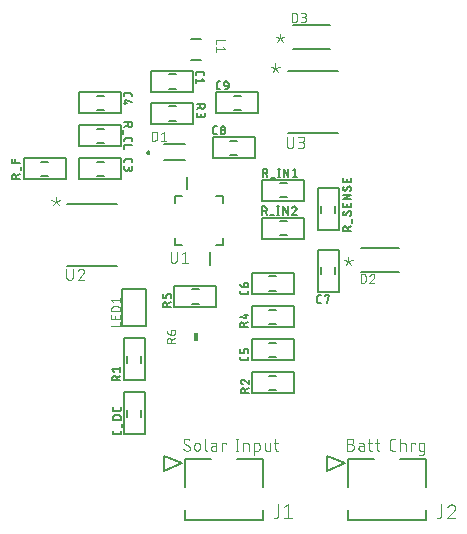
<source format=gbr>
G04 EAGLE Gerber RS-274X export*
G75*
%MOMM*%
%FSLAX34Y34*%
%LPD*%
%INSilkscreen Top*%
%IPPOS*%
%AMOC8*
5,1,8,0,0,1.08239X$1,22.5*%
G01*
%ADD10C,0.076200*%
%ADD11C,0.177800*%
%ADD12C,0.127000*%
%ADD13C,0.200000*%
%ADD14C,0.152400*%
%ADD15C,0.050800*%
%ADD16C,0.101600*%
%ADD17R,0.457200X0.762000*%


D10*
X188794Y77381D02*
X188888Y77383D01*
X188982Y77389D01*
X189075Y77398D01*
X189168Y77412D01*
X189261Y77429D01*
X189353Y77451D01*
X189443Y77476D01*
X189533Y77504D01*
X189621Y77537D01*
X189708Y77573D01*
X189793Y77612D01*
X189877Y77655D01*
X189959Y77702D01*
X190038Y77751D01*
X190116Y77805D01*
X190191Y77861D01*
X190264Y77920D01*
X190335Y77982D01*
X190403Y78047D01*
X190468Y78115D01*
X190530Y78186D01*
X190589Y78259D01*
X190646Y78334D01*
X190699Y78412D01*
X190748Y78491D01*
X190795Y78573D01*
X190838Y78657D01*
X190877Y78742D01*
X190913Y78829D01*
X190946Y78917D01*
X190974Y79007D01*
X190999Y79098D01*
X191021Y79189D01*
X191038Y79282D01*
X191052Y79375D01*
X191061Y79468D01*
X191067Y79562D01*
X191069Y79656D01*
X188794Y77381D02*
X188659Y77383D01*
X188523Y77389D01*
X188388Y77398D01*
X188253Y77412D01*
X188119Y77429D01*
X187985Y77450D01*
X187852Y77474D01*
X187719Y77503D01*
X187587Y77535D01*
X187457Y77571D01*
X187327Y77610D01*
X187199Y77654D01*
X187071Y77700D01*
X186946Y77751D01*
X186821Y77805D01*
X186698Y77862D01*
X186577Y77923D01*
X186458Y77987D01*
X186340Y78054D01*
X186225Y78125D01*
X186111Y78199D01*
X186000Y78277D01*
X185891Y78357D01*
X185784Y78440D01*
X185680Y78527D01*
X185578Y78616D01*
X185478Y78708D01*
X185381Y78803D01*
X185666Y85344D02*
X185668Y85438D01*
X185674Y85532D01*
X185683Y85625D01*
X185697Y85718D01*
X185714Y85811D01*
X185736Y85902D01*
X185761Y85993D01*
X185789Y86083D01*
X185822Y86171D01*
X185858Y86258D01*
X185897Y86343D01*
X185940Y86427D01*
X185987Y86509D01*
X186036Y86588D01*
X186089Y86666D01*
X186146Y86741D01*
X186205Y86814D01*
X186267Y86885D01*
X186332Y86953D01*
X186400Y87018D01*
X186471Y87080D01*
X186544Y87139D01*
X186619Y87196D01*
X186697Y87249D01*
X186776Y87298D01*
X186858Y87345D01*
X186942Y87388D01*
X187027Y87427D01*
X187114Y87463D01*
X187202Y87496D01*
X187292Y87524D01*
X187383Y87549D01*
X187474Y87571D01*
X187567Y87588D01*
X187660Y87602D01*
X187753Y87611D01*
X187847Y87617D01*
X187941Y87619D01*
X188066Y87617D01*
X188190Y87612D01*
X188315Y87603D01*
X188439Y87590D01*
X188563Y87573D01*
X188686Y87553D01*
X188808Y87530D01*
X188930Y87503D01*
X189051Y87472D01*
X189171Y87438D01*
X189290Y87400D01*
X189408Y87359D01*
X189524Y87314D01*
X189640Y87266D01*
X189753Y87215D01*
X189865Y87160D01*
X189976Y87102D01*
X190085Y87041D01*
X190192Y86977D01*
X190297Y86910D01*
X190400Y86839D01*
X190501Y86766D01*
X186803Y83353D02*
X186724Y83401D01*
X186648Y83453D01*
X186573Y83507D01*
X186501Y83565D01*
X186431Y83625D01*
X186364Y83688D01*
X186299Y83754D01*
X186237Y83822D01*
X186177Y83893D01*
X186121Y83966D01*
X186067Y84041D01*
X186017Y84118D01*
X185969Y84197D01*
X185925Y84278D01*
X185884Y84361D01*
X185847Y84445D01*
X185813Y84531D01*
X185782Y84618D01*
X185755Y84706D01*
X185731Y84796D01*
X185711Y84886D01*
X185694Y84976D01*
X185682Y85068D01*
X185672Y85160D01*
X185667Y85252D01*
X185665Y85344D01*
X189931Y81647D02*
X190010Y81599D01*
X190086Y81547D01*
X190161Y81493D01*
X190233Y81435D01*
X190303Y81375D01*
X190370Y81312D01*
X190435Y81246D01*
X190497Y81178D01*
X190557Y81107D01*
X190613Y81034D01*
X190667Y80959D01*
X190717Y80882D01*
X190765Y80803D01*
X190809Y80722D01*
X190850Y80639D01*
X190887Y80555D01*
X190921Y80469D01*
X190952Y80382D01*
X190979Y80294D01*
X191003Y80204D01*
X191023Y80114D01*
X191040Y80024D01*
X191052Y79932D01*
X191062Y79840D01*
X191067Y79748D01*
X191069Y79656D01*
X189931Y81647D02*
X186803Y83353D01*
X194860Y81931D02*
X194860Y79656D01*
X194860Y81931D02*
X194862Y82025D01*
X194868Y82119D01*
X194877Y82212D01*
X194891Y82305D01*
X194908Y82398D01*
X194930Y82489D01*
X194955Y82580D01*
X194983Y82670D01*
X195016Y82758D01*
X195052Y82845D01*
X195091Y82930D01*
X195134Y83014D01*
X195181Y83096D01*
X195230Y83175D01*
X195283Y83253D01*
X195340Y83328D01*
X195399Y83401D01*
X195461Y83472D01*
X195526Y83540D01*
X195594Y83605D01*
X195665Y83667D01*
X195738Y83726D01*
X195813Y83783D01*
X195891Y83836D01*
X195970Y83885D01*
X196052Y83932D01*
X196136Y83975D01*
X196221Y84014D01*
X196308Y84050D01*
X196396Y84083D01*
X196486Y84111D01*
X196577Y84136D01*
X196668Y84158D01*
X196761Y84175D01*
X196854Y84189D01*
X196947Y84198D01*
X197041Y84204D01*
X197135Y84206D01*
X197229Y84204D01*
X197323Y84198D01*
X197416Y84189D01*
X197509Y84175D01*
X197602Y84158D01*
X197693Y84136D01*
X197784Y84111D01*
X197874Y84083D01*
X197962Y84050D01*
X198049Y84014D01*
X198134Y83975D01*
X198218Y83932D01*
X198300Y83885D01*
X198379Y83836D01*
X198457Y83783D01*
X198532Y83726D01*
X198605Y83667D01*
X198676Y83605D01*
X198744Y83540D01*
X198809Y83472D01*
X198871Y83401D01*
X198930Y83328D01*
X198987Y83253D01*
X199040Y83175D01*
X199089Y83096D01*
X199136Y83014D01*
X199179Y82930D01*
X199218Y82845D01*
X199254Y82758D01*
X199287Y82670D01*
X199315Y82580D01*
X199340Y82489D01*
X199362Y82398D01*
X199379Y82305D01*
X199393Y82212D01*
X199402Y82119D01*
X199408Y82025D01*
X199410Y81931D01*
X199410Y79656D01*
X199408Y79562D01*
X199402Y79468D01*
X199393Y79375D01*
X199379Y79282D01*
X199362Y79189D01*
X199340Y79098D01*
X199315Y79007D01*
X199287Y78917D01*
X199254Y78829D01*
X199218Y78742D01*
X199179Y78657D01*
X199136Y78573D01*
X199089Y78491D01*
X199040Y78412D01*
X198987Y78334D01*
X198930Y78259D01*
X198871Y78186D01*
X198809Y78115D01*
X198744Y78047D01*
X198676Y77982D01*
X198605Y77920D01*
X198532Y77861D01*
X198457Y77804D01*
X198379Y77751D01*
X198300Y77702D01*
X198218Y77655D01*
X198134Y77612D01*
X198049Y77573D01*
X197962Y77537D01*
X197874Y77504D01*
X197784Y77476D01*
X197693Y77451D01*
X197602Y77429D01*
X197509Y77412D01*
X197416Y77398D01*
X197323Y77389D01*
X197229Y77383D01*
X197135Y77381D01*
X197041Y77383D01*
X196947Y77389D01*
X196854Y77398D01*
X196761Y77412D01*
X196668Y77429D01*
X196577Y77451D01*
X196486Y77476D01*
X196396Y77504D01*
X196308Y77537D01*
X196221Y77573D01*
X196136Y77612D01*
X196052Y77655D01*
X195970Y77702D01*
X195891Y77751D01*
X195813Y77804D01*
X195738Y77861D01*
X195665Y77920D01*
X195594Y77982D01*
X195526Y78047D01*
X195461Y78115D01*
X195399Y78186D01*
X195340Y78259D01*
X195283Y78334D01*
X195230Y78412D01*
X195181Y78491D01*
X195134Y78573D01*
X195091Y78657D01*
X195052Y78742D01*
X195016Y78829D01*
X194983Y78917D01*
X194955Y79007D01*
X194930Y79098D01*
X194908Y79189D01*
X194891Y79282D01*
X194877Y79375D01*
X194868Y79468D01*
X194862Y79562D01*
X194860Y79656D01*
X203583Y79087D02*
X203583Y87619D01*
X203583Y79087D02*
X203585Y79006D01*
X203591Y78925D01*
X203600Y78844D01*
X203614Y78764D01*
X203631Y78685D01*
X203652Y78606D01*
X203677Y78529D01*
X203705Y78453D01*
X203737Y78378D01*
X203773Y78305D01*
X203812Y78234D01*
X203854Y78165D01*
X203899Y78097D01*
X203948Y78032D01*
X204000Y77970D01*
X204054Y77910D01*
X204112Y77852D01*
X204172Y77798D01*
X204234Y77746D01*
X204299Y77697D01*
X204367Y77652D01*
X204436Y77610D01*
X204507Y77571D01*
X204580Y77535D01*
X204655Y77503D01*
X204731Y77475D01*
X204808Y77450D01*
X204887Y77429D01*
X204966Y77412D01*
X205046Y77398D01*
X205127Y77389D01*
X205208Y77383D01*
X205289Y77381D01*
X210663Y81362D02*
X213222Y81362D01*
X210663Y81363D02*
X210575Y81361D01*
X210487Y81355D01*
X210399Y81345D01*
X210312Y81332D01*
X210226Y81314D01*
X210141Y81293D01*
X210056Y81268D01*
X209973Y81240D01*
X209891Y81207D01*
X209810Y81171D01*
X209732Y81132D01*
X209655Y81089D01*
X209580Y81043D01*
X209507Y80993D01*
X209436Y80940D01*
X209368Y80885D01*
X209303Y80826D01*
X209240Y80764D01*
X209179Y80700D01*
X209122Y80633D01*
X209068Y80564D01*
X209017Y80492D01*
X208969Y80418D01*
X208924Y80342D01*
X208883Y80264D01*
X208845Y80184D01*
X208811Y80103D01*
X208781Y80021D01*
X208754Y79937D01*
X208731Y79852D01*
X208711Y79766D01*
X208696Y79679D01*
X208684Y79592D01*
X208676Y79504D01*
X208672Y79416D01*
X208672Y79328D01*
X208676Y79240D01*
X208684Y79152D01*
X208696Y79065D01*
X208711Y78978D01*
X208731Y78892D01*
X208754Y78807D01*
X208781Y78723D01*
X208811Y78641D01*
X208845Y78560D01*
X208883Y78480D01*
X208924Y78402D01*
X208969Y78326D01*
X209017Y78252D01*
X209068Y78180D01*
X209122Y78111D01*
X209179Y78044D01*
X209240Y77980D01*
X209303Y77918D01*
X209368Y77859D01*
X209436Y77804D01*
X209507Y77751D01*
X209580Y77701D01*
X209655Y77655D01*
X209732Y77612D01*
X209810Y77573D01*
X209891Y77537D01*
X209973Y77504D01*
X210056Y77476D01*
X210141Y77451D01*
X210226Y77430D01*
X210312Y77412D01*
X210399Y77399D01*
X210487Y77389D01*
X210575Y77383D01*
X210663Y77381D01*
X213222Y77381D01*
X213222Y82500D01*
X213220Y82581D01*
X213214Y82662D01*
X213205Y82743D01*
X213191Y82823D01*
X213174Y82902D01*
X213153Y82981D01*
X213128Y83058D01*
X213100Y83134D01*
X213068Y83209D01*
X213032Y83282D01*
X212993Y83353D01*
X212951Y83422D01*
X212906Y83490D01*
X212857Y83555D01*
X212805Y83617D01*
X212751Y83677D01*
X212693Y83735D01*
X212633Y83789D01*
X212571Y83841D01*
X212506Y83890D01*
X212438Y83935D01*
X212369Y83977D01*
X212298Y84016D01*
X212225Y84052D01*
X212150Y84084D01*
X212074Y84112D01*
X211997Y84137D01*
X211918Y84158D01*
X211839Y84175D01*
X211759Y84189D01*
X211678Y84198D01*
X211597Y84204D01*
X211516Y84206D01*
X209241Y84206D01*
X218013Y84206D02*
X218013Y77381D01*
X218013Y84206D02*
X221426Y84206D01*
X221426Y83069D01*
X230795Y87619D02*
X230795Y77381D01*
X231932Y77381D02*
X229657Y77381D01*
X229657Y87619D02*
X231932Y87619D01*
X236110Y84206D02*
X236110Y77381D01*
X236110Y84206D02*
X238953Y84206D01*
X239034Y84204D01*
X239115Y84198D01*
X239196Y84189D01*
X239276Y84175D01*
X239355Y84158D01*
X239434Y84137D01*
X239511Y84112D01*
X239587Y84084D01*
X239662Y84052D01*
X239735Y84016D01*
X239806Y83977D01*
X239875Y83935D01*
X239943Y83890D01*
X240008Y83841D01*
X240070Y83789D01*
X240130Y83735D01*
X240188Y83677D01*
X240242Y83617D01*
X240294Y83555D01*
X240343Y83490D01*
X240388Y83422D01*
X240430Y83353D01*
X240469Y83282D01*
X240505Y83209D01*
X240537Y83134D01*
X240565Y83058D01*
X240590Y82981D01*
X240611Y82902D01*
X240628Y82823D01*
X240642Y82743D01*
X240651Y82662D01*
X240657Y82581D01*
X240659Y82500D01*
X240660Y82500D02*
X240660Y77381D01*
X245397Y73968D02*
X245397Y84206D01*
X248241Y84206D01*
X248322Y84204D01*
X248403Y84198D01*
X248484Y84189D01*
X248564Y84175D01*
X248643Y84158D01*
X248722Y84137D01*
X248799Y84112D01*
X248875Y84084D01*
X248950Y84052D01*
X249023Y84016D01*
X249094Y83977D01*
X249163Y83935D01*
X249231Y83890D01*
X249296Y83841D01*
X249358Y83789D01*
X249418Y83735D01*
X249476Y83677D01*
X249530Y83617D01*
X249582Y83555D01*
X249631Y83490D01*
X249676Y83422D01*
X249718Y83353D01*
X249757Y83282D01*
X249793Y83209D01*
X249825Y83134D01*
X249853Y83058D01*
X249878Y82981D01*
X249899Y82902D01*
X249916Y82823D01*
X249930Y82743D01*
X249939Y82662D01*
X249945Y82581D01*
X249947Y82500D01*
X249947Y79087D01*
X249945Y79006D01*
X249939Y78925D01*
X249930Y78844D01*
X249916Y78764D01*
X249899Y78685D01*
X249878Y78606D01*
X249853Y78529D01*
X249825Y78453D01*
X249793Y78378D01*
X249757Y78305D01*
X249718Y78234D01*
X249676Y78165D01*
X249631Y78097D01*
X249582Y78032D01*
X249530Y77970D01*
X249476Y77910D01*
X249418Y77852D01*
X249358Y77798D01*
X249296Y77746D01*
X249231Y77697D01*
X249163Y77652D01*
X249094Y77610D01*
X249023Y77571D01*
X248950Y77535D01*
X248875Y77503D01*
X248799Y77475D01*
X248722Y77450D01*
X248643Y77429D01*
X248564Y77412D01*
X248484Y77398D01*
X248403Y77389D01*
X248322Y77383D01*
X248241Y77381D01*
X245397Y77381D01*
X254260Y79087D02*
X254260Y84206D01*
X254260Y79087D02*
X254262Y79006D01*
X254268Y78925D01*
X254277Y78844D01*
X254291Y78764D01*
X254308Y78685D01*
X254329Y78606D01*
X254354Y78529D01*
X254382Y78453D01*
X254414Y78378D01*
X254450Y78305D01*
X254489Y78234D01*
X254531Y78165D01*
X254576Y78097D01*
X254625Y78032D01*
X254677Y77970D01*
X254731Y77910D01*
X254789Y77852D01*
X254849Y77798D01*
X254911Y77746D01*
X254976Y77697D01*
X255044Y77652D01*
X255113Y77610D01*
X255184Y77571D01*
X255257Y77535D01*
X255332Y77503D01*
X255408Y77475D01*
X255485Y77450D01*
X255564Y77429D01*
X255643Y77412D01*
X255723Y77398D01*
X255804Y77389D01*
X255885Y77383D01*
X255966Y77381D01*
X258810Y77381D01*
X258810Y84206D01*
X262344Y84206D02*
X265756Y84206D01*
X263481Y87619D02*
X263481Y79087D01*
X263483Y79006D01*
X263489Y78925D01*
X263498Y78844D01*
X263512Y78764D01*
X263529Y78685D01*
X263550Y78606D01*
X263575Y78529D01*
X263603Y78453D01*
X263635Y78378D01*
X263671Y78305D01*
X263710Y78234D01*
X263752Y78165D01*
X263797Y78097D01*
X263846Y78032D01*
X263898Y77970D01*
X263952Y77910D01*
X264010Y77852D01*
X264070Y77798D01*
X264132Y77746D01*
X264197Y77697D01*
X264265Y77652D01*
X264334Y77610D01*
X264405Y77571D01*
X264478Y77535D01*
X264553Y77503D01*
X264629Y77475D01*
X264706Y77450D01*
X264785Y77429D01*
X264864Y77412D01*
X264944Y77398D01*
X265025Y77389D01*
X265106Y77383D01*
X265187Y77381D01*
X265188Y77381D02*
X265756Y77381D01*
X324381Y83069D02*
X327225Y83069D01*
X327330Y83067D01*
X327435Y83061D01*
X327540Y83052D01*
X327644Y83038D01*
X327748Y83021D01*
X327851Y82999D01*
X327953Y82974D01*
X328054Y82946D01*
X328154Y82913D01*
X328252Y82877D01*
X328350Y82837D01*
X328445Y82794D01*
X328540Y82747D01*
X328632Y82697D01*
X328722Y82643D01*
X328810Y82586D01*
X328897Y82526D01*
X328981Y82463D01*
X329062Y82396D01*
X329141Y82327D01*
X329217Y82255D01*
X329291Y82180D01*
X329362Y82102D01*
X329430Y82022D01*
X329495Y81939D01*
X329556Y81854D01*
X329615Y81767D01*
X329670Y81677D01*
X329722Y81586D01*
X329771Y81493D01*
X329816Y81398D01*
X329858Y81301D01*
X329895Y81203D01*
X329930Y81104D01*
X329960Y81003D01*
X329987Y80902D01*
X330010Y80799D01*
X330030Y80696D01*
X330045Y80592D01*
X330057Y80487D01*
X330065Y80383D01*
X330069Y80278D01*
X330069Y80172D01*
X330065Y80067D01*
X330057Y79963D01*
X330045Y79858D01*
X330030Y79754D01*
X330010Y79651D01*
X329987Y79548D01*
X329960Y79447D01*
X329930Y79346D01*
X329895Y79247D01*
X329858Y79149D01*
X329816Y79052D01*
X329771Y78957D01*
X329722Y78864D01*
X329670Y78773D01*
X329615Y78683D01*
X329556Y78596D01*
X329495Y78511D01*
X329430Y78428D01*
X329362Y78348D01*
X329291Y78270D01*
X329217Y78195D01*
X329141Y78123D01*
X329062Y78054D01*
X328981Y77987D01*
X328897Y77924D01*
X328810Y77864D01*
X328722Y77807D01*
X328632Y77753D01*
X328540Y77703D01*
X328445Y77656D01*
X328350Y77613D01*
X328252Y77573D01*
X328154Y77537D01*
X328054Y77504D01*
X327953Y77476D01*
X327851Y77451D01*
X327748Y77429D01*
X327644Y77412D01*
X327540Y77398D01*
X327435Y77389D01*
X327330Y77383D01*
X327225Y77381D01*
X324381Y77381D01*
X324381Y87619D01*
X327225Y87619D01*
X327319Y87617D01*
X327413Y87611D01*
X327506Y87602D01*
X327599Y87588D01*
X327692Y87571D01*
X327783Y87549D01*
X327874Y87524D01*
X327964Y87496D01*
X328052Y87463D01*
X328139Y87427D01*
X328224Y87388D01*
X328308Y87345D01*
X328390Y87298D01*
X328469Y87249D01*
X328547Y87196D01*
X328622Y87139D01*
X328695Y87080D01*
X328766Y87018D01*
X328834Y86953D01*
X328899Y86885D01*
X328961Y86814D01*
X329020Y86741D01*
X329077Y86666D01*
X329130Y86588D01*
X329179Y86509D01*
X329226Y86427D01*
X329269Y86343D01*
X329308Y86258D01*
X329344Y86171D01*
X329377Y86083D01*
X329405Y85993D01*
X329430Y85902D01*
X329452Y85811D01*
X329469Y85718D01*
X329483Y85625D01*
X329492Y85532D01*
X329498Y85438D01*
X329500Y85344D01*
X329498Y85250D01*
X329492Y85156D01*
X329483Y85063D01*
X329469Y84970D01*
X329452Y84877D01*
X329430Y84786D01*
X329405Y84695D01*
X329377Y84605D01*
X329344Y84517D01*
X329308Y84430D01*
X329269Y84345D01*
X329226Y84261D01*
X329179Y84179D01*
X329130Y84100D01*
X329077Y84022D01*
X329020Y83947D01*
X328961Y83874D01*
X328899Y83803D01*
X328834Y83735D01*
X328766Y83670D01*
X328695Y83608D01*
X328622Y83549D01*
X328547Y83492D01*
X328469Y83439D01*
X328390Y83390D01*
X328308Y83343D01*
X328224Y83300D01*
X328139Y83261D01*
X328052Y83225D01*
X327964Y83192D01*
X327874Y83164D01*
X327783Y83139D01*
X327692Y83117D01*
X327599Y83100D01*
X327506Y83086D01*
X327413Y83077D01*
X327319Y83071D01*
X327225Y83069D01*
X335666Y81362D02*
X338226Y81362D01*
X335666Y81363D02*
X335578Y81361D01*
X335490Y81355D01*
X335402Y81345D01*
X335315Y81332D01*
X335229Y81314D01*
X335144Y81293D01*
X335059Y81268D01*
X334976Y81240D01*
X334894Y81207D01*
X334813Y81171D01*
X334735Y81132D01*
X334658Y81089D01*
X334583Y81043D01*
X334510Y80993D01*
X334439Y80940D01*
X334371Y80885D01*
X334306Y80826D01*
X334243Y80764D01*
X334182Y80700D01*
X334125Y80633D01*
X334071Y80564D01*
X334020Y80492D01*
X333972Y80418D01*
X333927Y80342D01*
X333886Y80264D01*
X333848Y80184D01*
X333814Y80103D01*
X333784Y80021D01*
X333757Y79937D01*
X333734Y79852D01*
X333714Y79766D01*
X333699Y79679D01*
X333687Y79592D01*
X333679Y79504D01*
X333675Y79416D01*
X333675Y79328D01*
X333679Y79240D01*
X333687Y79152D01*
X333699Y79065D01*
X333714Y78978D01*
X333734Y78892D01*
X333757Y78807D01*
X333784Y78723D01*
X333814Y78641D01*
X333848Y78560D01*
X333886Y78480D01*
X333927Y78402D01*
X333972Y78326D01*
X334020Y78252D01*
X334071Y78180D01*
X334125Y78111D01*
X334182Y78044D01*
X334243Y77980D01*
X334306Y77918D01*
X334371Y77859D01*
X334439Y77804D01*
X334510Y77751D01*
X334583Y77701D01*
X334658Y77655D01*
X334735Y77612D01*
X334813Y77573D01*
X334894Y77537D01*
X334976Y77504D01*
X335059Y77476D01*
X335144Y77451D01*
X335229Y77430D01*
X335315Y77412D01*
X335402Y77399D01*
X335490Y77389D01*
X335578Y77383D01*
X335666Y77381D01*
X338226Y77381D01*
X338226Y82500D01*
X338225Y82500D02*
X338223Y82581D01*
X338217Y82662D01*
X338208Y82743D01*
X338194Y82823D01*
X338177Y82902D01*
X338156Y82981D01*
X338131Y83058D01*
X338103Y83134D01*
X338071Y83209D01*
X338035Y83282D01*
X337996Y83353D01*
X337954Y83422D01*
X337909Y83490D01*
X337860Y83555D01*
X337808Y83617D01*
X337754Y83677D01*
X337696Y83735D01*
X337636Y83789D01*
X337574Y83841D01*
X337509Y83890D01*
X337441Y83935D01*
X337372Y83977D01*
X337301Y84016D01*
X337228Y84052D01*
X337153Y84084D01*
X337077Y84112D01*
X337000Y84137D01*
X336921Y84158D01*
X336842Y84175D01*
X336762Y84189D01*
X336681Y84198D01*
X336600Y84204D01*
X336519Y84206D01*
X334244Y84206D01*
X341807Y84206D02*
X345220Y84206D01*
X342945Y87619D02*
X342945Y79087D01*
X342947Y79006D01*
X342953Y78925D01*
X342962Y78844D01*
X342976Y78764D01*
X342993Y78685D01*
X343014Y78606D01*
X343039Y78529D01*
X343067Y78453D01*
X343099Y78378D01*
X343135Y78305D01*
X343174Y78234D01*
X343216Y78165D01*
X343261Y78097D01*
X343310Y78032D01*
X343362Y77970D01*
X343416Y77910D01*
X343474Y77852D01*
X343534Y77798D01*
X343596Y77746D01*
X343661Y77697D01*
X343729Y77652D01*
X343798Y77610D01*
X343869Y77571D01*
X343942Y77535D01*
X344017Y77503D01*
X344093Y77475D01*
X344170Y77450D01*
X344249Y77429D01*
X344328Y77412D01*
X344408Y77398D01*
X344489Y77389D01*
X344570Y77383D01*
X344651Y77381D01*
X345220Y77381D01*
X348077Y84206D02*
X351490Y84206D01*
X349215Y87619D02*
X349215Y79087D01*
X349217Y79006D01*
X349223Y78925D01*
X349232Y78844D01*
X349246Y78764D01*
X349263Y78685D01*
X349284Y78606D01*
X349309Y78529D01*
X349337Y78453D01*
X349369Y78378D01*
X349405Y78305D01*
X349444Y78234D01*
X349486Y78165D01*
X349531Y78097D01*
X349580Y78032D01*
X349632Y77970D01*
X349686Y77910D01*
X349744Y77852D01*
X349804Y77798D01*
X349866Y77746D01*
X349931Y77697D01*
X349999Y77652D01*
X350068Y77610D01*
X350139Y77571D01*
X350212Y77535D01*
X350287Y77503D01*
X350363Y77475D01*
X350440Y77450D01*
X350519Y77429D01*
X350598Y77412D01*
X350678Y77398D01*
X350759Y77389D01*
X350840Y77383D01*
X350921Y77381D01*
X351490Y77381D01*
X362792Y77381D02*
X365067Y77381D01*
X362792Y77381D02*
X362698Y77383D01*
X362604Y77389D01*
X362511Y77398D01*
X362418Y77412D01*
X362325Y77429D01*
X362234Y77451D01*
X362143Y77476D01*
X362053Y77504D01*
X361965Y77537D01*
X361878Y77573D01*
X361793Y77612D01*
X361709Y77655D01*
X361627Y77702D01*
X361548Y77751D01*
X361470Y77804D01*
X361395Y77861D01*
X361322Y77920D01*
X361251Y77982D01*
X361183Y78047D01*
X361118Y78115D01*
X361056Y78186D01*
X360997Y78259D01*
X360940Y78334D01*
X360887Y78412D01*
X360838Y78491D01*
X360791Y78573D01*
X360748Y78657D01*
X360709Y78742D01*
X360673Y78829D01*
X360640Y78917D01*
X360612Y79007D01*
X360587Y79098D01*
X360565Y79189D01*
X360548Y79282D01*
X360534Y79375D01*
X360525Y79468D01*
X360519Y79562D01*
X360517Y79656D01*
X360517Y85344D01*
X360519Y85438D01*
X360525Y85532D01*
X360534Y85625D01*
X360548Y85718D01*
X360565Y85811D01*
X360587Y85902D01*
X360612Y85993D01*
X360640Y86083D01*
X360673Y86171D01*
X360709Y86258D01*
X360748Y86343D01*
X360791Y86427D01*
X360838Y86509D01*
X360887Y86588D01*
X360940Y86666D01*
X360997Y86741D01*
X361056Y86814D01*
X361118Y86885D01*
X361183Y86953D01*
X361251Y87018D01*
X361322Y87080D01*
X361395Y87139D01*
X361470Y87195D01*
X361548Y87249D01*
X361627Y87298D01*
X361709Y87345D01*
X361793Y87388D01*
X361878Y87427D01*
X361965Y87463D01*
X362053Y87496D01*
X362143Y87524D01*
X362233Y87549D01*
X362325Y87571D01*
X362418Y87588D01*
X362511Y87602D01*
X362604Y87611D01*
X362698Y87617D01*
X362792Y87619D01*
X365067Y87619D01*
X369033Y87619D02*
X369033Y77381D01*
X369033Y84206D02*
X371877Y84206D01*
X371958Y84204D01*
X372039Y84198D01*
X372120Y84189D01*
X372200Y84175D01*
X372279Y84158D01*
X372358Y84137D01*
X372435Y84112D01*
X372511Y84084D01*
X372586Y84052D01*
X372659Y84016D01*
X372730Y83977D01*
X372799Y83935D01*
X372867Y83890D01*
X372932Y83841D01*
X372994Y83789D01*
X373054Y83735D01*
X373112Y83677D01*
X373166Y83617D01*
X373218Y83555D01*
X373267Y83490D01*
X373312Y83422D01*
X373354Y83353D01*
X373393Y83282D01*
X373429Y83209D01*
X373461Y83134D01*
X373489Y83058D01*
X373514Y82981D01*
X373535Y82902D01*
X373552Y82823D01*
X373566Y82743D01*
X373575Y82662D01*
X373581Y82581D01*
X373583Y82500D01*
X373583Y77381D01*
X378326Y77381D02*
X378326Y84206D01*
X381739Y84206D01*
X381739Y83069D01*
X386531Y77381D02*
X389375Y77381D01*
X386531Y77381D02*
X386450Y77383D01*
X386369Y77389D01*
X386288Y77398D01*
X386208Y77412D01*
X386129Y77429D01*
X386050Y77450D01*
X385973Y77475D01*
X385897Y77503D01*
X385822Y77535D01*
X385749Y77571D01*
X385678Y77610D01*
X385609Y77652D01*
X385541Y77697D01*
X385476Y77746D01*
X385414Y77798D01*
X385354Y77852D01*
X385296Y77910D01*
X385242Y77970D01*
X385190Y78032D01*
X385141Y78097D01*
X385096Y78165D01*
X385054Y78234D01*
X385015Y78305D01*
X384979Y78378D01*
X384947Y78453D01*
X384919Y78529D01*
X384894Y78606D01*
X384873Y78685D01*
X384856Y78764D01*
X384842Y78844D01*
X384833Y78925D01*
X384827Y79006D01*
X384825Y79087D01*
X384825Y82500D01*
X384827Y82581D01*
X384833Y82662D01*
X384842Y82743D01*
X384856Y82823D01*
X384873Y82902D01*
X384894Y82981D01*
X384919Y83058D01*
X384947Y83134D01*
X384979Y83209D01*
X385015Y83282D01*
X385054Y83353D01*
X385096Y83422D01*
X385141Y83490D01*
X385190Y83555D01*
X385242Y83617D01*
X385296Y83677D01*
X385354Y83735D01*
X385414Y83789D01*
X385476Y83841D01*
X385541Y83890D01*
X385609Y83935D01*
X385678Y83977D01*
X385749Y84016D01*
X385822Y84052D01*
X385897Y84084D01*
X385973Y84112D01*
X386050Y84137D01*
X386129Y84158D01*
X386208Y84175D01*
X386288Y84189D01*
X386369Y84198D01*
X386450Y84204D01*
X386531Y84206D01*
X389375Y84206D01*
X389375Y75675D01*
X389373Y75594D01*
X389367Y75513D01*
X389358Y75432D01*
X389344Y75352D01*
X389327Y75273D01*
X389306Y75194D01*
X389281Y75117D01*
X389253Y75041D01*
X389221Y74966D01*
X389185Y74893D01*
X389146Y74822D01*
X389104Y74753D01*
X389059Y74685D01*
X389010Y74620D01*
X388958Y74558D01*
X388904Y74498D01*
X388846Y74440D01*
X388786Y74386D01*
X388724Y74334D01*
X388659Y74285D01*
X388591Y74240D01*
X388522Y74198D01*
X388451Y74159D01*
X388378Y74123D01*
X388303Y74091D01*
X388227Y74063D01*
X388150Y74038D01*
X388071Y74017D01*
X387992Y74000D01*
X387912Y73986D01*
X387831Y73977D01*
X387750Y73971D01*
X387669Y73969D01*
X387669Y73968D02*
X385394Y73968D01*
D11*
X179000Y396000D02*
X173000Y396000D01*
X173000Y384000D02*
X179000Y384000D01*
X193780Y398890D02*
X158220Y398890D01*
X193780Y398890D02*
X193780Y381110D01*
X158220Y381110D01*
X158220Y398890D01*
D12*
X196030Y396821D02*
X196030Y395297D01*
X196030Y396821D02*
X196032Y396898D01*
X196038Y396975D01*
X196048Y397052D01*
X196061Y397128D01*
X196079Y397203D01*
X196100Y397277D01*
X196125Y397350D01*
X196154Y397422D01*
X196186Y397492D01*
X196221Y397561D01*
X196261Y397627D01*
X196303Y397692D01*
X196349Y397754D01*
X196398Y397814D01*
X196449Y397871D01*
X196504Y397926D01*
X196561Y397977D01*
X196621Y398026D01*
X196683Y398072D01*
X196748Y398114D01*
X196814Y398154D01*
X196883Y398189D01*
X196953Y398221D01*
X197025Y398250D01*
X197098Y398275D01*
X197172Y398296D01*
X197247Y398314D01*
X197323Y398327D01*
X197400Y398337D01*
X197477Y398343D01*
X197554Y398345D01*
X201364Y398345D01*
X201441Y398343D01*
X201518Y398337D01*
X201595Y398327D01*
X201671Y398314D01*
X201746Y398296D01*
X201820Y398275D01*
X201893Y398250D01*
X201965Y398221D01*
X202035Y398189D01*
X202104Y398154D01*
X202170Y398114D01*
X202235Y398072D01*
X202297Y398026D01*
X202357Y397977D01*
X202414Y397926D01*
X202469Y397871D01*
X202520Y397814D01*
X202569Y397754D01*
X202615Y397692D01*
X202657Y397627D01*
X202697Y397561D01*
X202732Y397492D01*
X202764Y397422D01*
X202793Y397350D01*
X202818Y397277D01*
X202839Y397203D01*
X202857Y397128D01*
X202870Y397052D01*
X202880Y396975D01*
X202886Y396898D01*
X202888Y396821D01*
X202888Y395297D01*
X201364Y392218D02*
X202888Y390313D01*
X196030Y390313D01*
X196030Y392218D02*
X196030Y388408D01*
D11*
X118000Y310000D02*
X112000Y310000D01*
X112000Y322000D02*
X118000Y322000D01*
X132780Y307110D02*
X97220Y307110D01*
X97220Y324890D01*
X132780Y324890D01*
X132780Y307110D01*
D12*
X135415Y321522D02*
X135415Y323046D01*
X135417Y323123D01*
X135423Y323200D01*
X135433Y323277D01*
X135446Y323353D01*
X135464Y323428D01*
X135485Y323502D01*
X135510Y323575D01*
X135539Y323647D01*
X135571Y323717D01*
X135606Y323786D01*
X135646Y323852D01*
X135688Y323917D01*
X135734Y323979D01*
X135783Y324039D01*
X135834Y324096D01*
X135889Y324151D01*
X135946Y324202D01*
X136006Y324251D01*
X136068Y324297D01*
X136133Y324339D01*
X136199Y324379D01*
X136268Y324414D01*
X136338Y324446D01*
X136410Y324475D01*
X136483Y324500D01*
X136557Y324521D01*
X136632Y324539D01*
X136708Y324552D01*
X136785Y324562D01*
X136862Y324568D01*
X136939Y324570D01*
X140749Y324570D01*
X140826Y324568D01*
X140903Y324562D01*
X140980Y324552D01*
X141056Y324539D01*
X141131Y324521D01*
X141205Y324500D01*
X141278Y324475D01*
X141350Y324446D01*
X141420Y324414D01*
X141489Y324379D01*
X141555Y324339D01*
X141620Y324297D01*
X141682Y324251D01*
X141742Y324202D01*
X141799Y324151D01*
X141854Y324096D01*
X141905Y324039D01*
X141954Y323979D01*
X142000Y323917D01*
X142042Y323852D01*
X142082Y323786D01*
X142117Y323717D01*
X142149Y323647D01*
X142178Y323575D01*
X142203Y323502D01*
X142224Y323428D01*
X142242Y323353D01*
X142255Y323277D01*
X142265Y323200D01*
X142271Y323123D01*
X142273Y323046D01*
X142273Y321522D01*
X135415Y318443D02*
X135415Y316538D01*
X135417Y316453D01*
X135423Y316367D01*
X135432Y316282D01*
X135446Y316198D01*
X135463Y316114D01*
X135484Y316031D01*
X135508Y315949D01*
X135536Y315869D01*
X135568Y315789D01*
X135604Y315711D01*
X135642Y315635D01*
X135685Y315561D01*
X135730Y315489D01*
X135779Y315418D01*
X135831Y315350D01*
X135885Y315285D01*
X135943Y315222D01*
X136004Y315161D01*
X136067Y315103D01*
X136132Y315049D01*
X136200Y314997D01*
X136271Y314948D01*
X136343Y314903D01*
X136417Y314860D01*
X136493Y314822D01*
X136571Y314786D01*
X136651Y314754D01*
X136731Y314726D01*
X136813Y314702D01*
X136896Y314681D01*
X136980Y314664D01*
X137064Y314650D01*
X137149Y314641D01*
X137235Y314635D01*
X137320Y314633D01*
X137405Y314635D01*
X137491Y314641D01*
X137576Y314650D01*
X137660Y314664D01*
X137744Y314681D01*
X137827Y314702D01*
X137909Y314726D01*
X137989Y314754D01*
X138069Y314786D01*
X138147Y314822D01*
X138223Y314860D01*
X138297Y314903D01*
X138369Y314948D01*
X138440Y314997D01*
X138508Y315049D01*
X138573Y315103D01*
X138636Y315161D01*
X138697Y315222D01*
X138755Y315285D01*
X138809Y315350D01*
X138861Y315418D01*
X138910Y315489D01*
X138955Y315561D01*
X138998Y315635D01*
X139036Y315711D01*
X139072Y315789D01*
X139104Y315869D01*
X139132Y315949D01*
X139156Y316031D01*
X139177Y316114D01*
X139194Y316198D01*
X139208Y316282D01*
X139217Y316367D01*
X139223Y316453D01*
X139225Y316538D01*
X142273Y316157D02*
X142273Y318443D01*
X142273Y316157D02*
X142271Y316080D01*
X142265Y316003D01*
X142255Y315926D01*
X142242Y315850D01*
X142224Y315775D01*
X142203Y315701D01*
X142178Y315628D01*
X142149Y315556D01*
X142117Y315486D01*
X142082Y315417D01*
X142042Y315351D01*
X142000Y315286D01*
X141954Y315224D01*
X141905Y315164D01*
X141854Y315107D01*
X141799Y315052D01*
X141742Y315001D01*
X141682Y314952D01*
X141620Y314906D01*
X141555Y314864D01*
X141489Y314824D01*
X141420Y314789D01*
X141350Y314757D01*
X141278Y314728D01*
X141205Y314703D01*
X141131Y314682D01*
X141056Y314664D01*
X140980Y314651D01*
X140903Y314641D01*
X140826Y314635D01*
X140749Y314633D01*
X140672Y314635D01*
X140595Y314641D01*
X140518Y314651D01*
X140442Y314664D01*
X140367Y314682D01*
X140293Y314703D01*
X140220Y314728D01*
X140148Y314757D01*
X140078Y314789D01*
X140009Y314824D01*
X139943Y314864D01*
X139878Y314906D01*
X139816Y314952D01*
X139756Y315001D01*
X139699Y315052D01*
X139644Y315107D01*
X139593Y315164D01*
X139544Y315224D01*
X139498Y315286D01*
X139456Y315351D01*
X139416Y315417D01*
X139381Y315486D01*
X139349Y315556D01*
X139320Y315628D01*
X139295Y315701D01*
X139274Y315775D01*
X139256Y315850D01*
X139243Y315926D01*
X139233Y316003D01*
X139227Y316080D01*
X139225Y316157D01*
X139225Y317681D01*
D11*
X118000Y378000D02*
X112000Y378000D01*
X112000Y366000D02*
X118000Y366000D01*
X132780Y380890D02*
X97220Y380890D01*
X132780Y380890D02*
X132780Y363110D01*
X97220Y363110D01*
X97220Y380890D01*
D12*
X134855Y379136D02*
X134855Y377612D01*
X134855Y379136D02*
X134857Y379213D01*
X134863Y379290D01*
X134873Y379367D01*
X134886Y379443D01*
X134904Y379518D01*
X134925Y379592D01*
X134950Y379665D01*
X134979Y379737D01*
X135011Y379807D01*
X135046Y379876D01*
X135086Y379942D01*
X135128Y380007D01*
X135174Y380069D01*
X135223Y380129D01*
X135274Y380186D01*
X135329Y380241D01*
X135386Y380292D01*
X135446Y380341D01*
X135508Y380387D01*
X135573Y380429D01*
X135639Y380469D01*
X135708Y380504D01*
X135778Y380536D01*
X135850Y380565D01*
X135923Y380590D01*
X135997Y380611D01*
X136072Y380629D01*
X136148Y380642D01*
X136225Y380652D01*
X136302Y380658D01*
X136379Y380660D01*
X140189Y380660D01*
X140266Y380658D01*
X140343Y380652D01*
X140420Y380642D01*
X140496Y380629D01*
X140571Y380611D01*
X140645Y380590D01*
X140718Y380565D01*
X140790Y380536D01*
X140860Y380504D01*
X140929Y380469D01*
X140995Y380429D01*
X141060Y380387D01*
X141122Y380341D01*
X141182Y380292D01*
X141239Y380241D01*
X141294Y380186D01*
X141345Y380129D01*
X141394Y380069D01*
X141440Y380007D01*
X141482Y379942D01*
X141522Y379876D01*
X141557Y379807D01*
X141589Y379737D01*
X141618Y379665D01*
X141643Y379592D01*
X141664Y379518D01*
X141682Y379443D01*
X141695Y379367D01*
X141705Y379290D01*
X141711Y379213D01*
X141713Y379136D01*
X141713Y377612D01*
X141713Y373009D02*
X136379Y374533D01*
X136379Y370723D01*
X137903Y371866D02*
X134855Y371866D01*
D11*
X258000Y169000D02*
X264000Y169000D01*
X264000Y157000D02*
X258000Y157000D01*
X243220Y171890D02*
X278780Y171890D01*
X278780Y154110D01*
X243220Y154110D01*
X243220Y171890D01*
D12*
X240570Y156903D02*
X240570Y155379D01*
X240568Y155302D01*
X240562Y155225D01*
X240552Y155148D01*
X240539Y155072D01*
X240521Y154997D01*
X240500Y154923D01*
X240475Y154850D01*
X240446Y154778D01*
X240414Y154708D01*
X240379Y154639D01*
X240339Y154573D01*
X240297Y154508D01*
X240251Y154446D01*
X240202Y154386D01*
X240151Y154329D01*
X240096Y154274D01*
X240039Y154223D01*
X239979Y154174D01*
X239917Y154128D01*
X239852Y154086D01*
X239786Y154046D01*
X239717Y154011D01*
X239647Y153979D01*
X239575Y153950D01*
X239502Y153925D01*
X239428Y153904D01*
X239353Y153886D01*
X239277Y153873D01*
X239200Y153863D01*
X239123Y153857D01*
X239046Y153855D01*
X235236Y153855D01*
X235159Y153857D01*
X235082Y153863D01*
X235005Y153873D01*
X234929Y153886D01*
X234854Y153904D01*
X234780Y153925D01*
X234707Y153950D01*
X234635Y153979D01*
X234565Y154011D01*
X234496Y154046D01*
X234430Y154086D01*
X234365Y154128D01*
X234303Y154174D01*
X234243Y154223D01*
X234186Y154274D01*
X234131Y154329D01*
X234080Y154386D01*
X234031Y154446D01*
X233985Y154508D01*
X233943Y154573D01*
X233903Y154639D01*
X233868Y154708D01*
X233836Y154778D01*
X233807Y154850D01*
X233782Y154923D01*
X233761Y154997D01*
X233743Y155072D01*
X233730Y155148D01*
X233720Y155225D01*
X233714Y155302D01*
X233712Y155379D01*
X233712Y156903D01*
X240570Y159982D02*
X240570Y162268D01*
X240568Y162345D01*
X240562Y162422D01*
X240552Y162499D01*
X240539Y162575D01*
X240521Y162650D01*
X240500Y162724D01*
X240475Y162797D01*
X240446Y162869D01*
X240414Y162939D01*
X240379Y163008D01*
X240339Y163074D01*
X240297Y163139D01*
X240251Y163201D01*
X240202Y163261D01*
X240151Y163318D01*
X240096Y163373D01*
X240039Y163424D01*
X239979Y163473D01*
X239917Y163519D01*
X239852Y163561D01*
X239786Y163601D01*
X239717Y163636D01*
X239647Y163668D01*
X239575Y163697D01*
X239502Y163722D01*
X239428Y163743D01*
X239353Y163761D01*
X239277Y163774D01*
X239200Y163784D01*
X239123Y163790D01*
X239046Y163792D01*
X238284Y163792D01*
X238207Y163790D01*
X238130Y163784D01*
X238053Y163774D01*
X237977Y163761D01*
X237902Y163743D01*
X237828Y163722D01*
X237755Y163697D01*
X237683Y163668D01*
X237613Y163636D01*
X237544Y163601D01*
X237478Y163561D01*
X237413Y163519D01*
X237351Y163473D01*
X237291Y163424D01*
X237234Y163373D01*
X237179Y163318D01*
X237128Y163261D01*
X237079Y163201D01*
X237033Y163139D01*
X236991Y163074D01*
X236951Y163008D01*
X236916Y162939D01*
X236884Y162869D01*
X236855Y162797D01*
X236830Y162724D01*
X236809Y162650D01*
X236791Y162575D01*
X236778Y162499D01*
X236768Y162422D01*
X236762Y162345D01*
X236760Y162268D01*
X236760Y159982D01*
X233712Y159982D01*
X233712Y163792D01*
D11*
X258000Y225000D02*
X264000Y225000D01*
X264000Y213000D02*
X258000Y213000D01*
X243220Y227890D02*
X278780Y227890D01*
X278780Y210110D01*
X243220Y210110D01*
X243220Y227890D01*
D12*
X240570Y212903D02*
X240570Y211379D01*
X240568Y211302D01*
X240562Y211225D01*
X240552Y211148D01*
X240539Y211072D01*
X240521Y210997D01*
X240500Y210923D01*
X240475Y210850D01*
X240446Y210778D01*
X240414Y210708D01*
X240379Y210639D01*
X240339Y210573D01*
X240297Y210508D01*
X240251Y210446D01*
X240202Y210386D01*
X240151Y210329D01*
X240096Y210274D01*
X240039Y210223D01*
X239979Y210174D01*
X239917Y210128D01*
X239852Y210086D01*
X239786Y210046D01*
X239717Y210011D01*
X239647Y209979D01*
X239575Y209950D01*
X239502Y209925D01*
X239428Y209904D01*
X239353Y209886D01*
X239277Y209873D01*
X239200Y209863D01*
X239123Y209857D01*
X239046Y209855D01*
X235236Y209855D01*
X235159Y209857D01*
X235082Y209863D01*
X235005Y209873D01*
X234929Y209886D01*
X234854Y209904D01*
X234780Y209925D01*
X234707Y209950D01*
X234635Y209979D01*
X234565Y210011D01*
X234496Y210046D01*
X234430Y210086D01*
X234365Y210128D01*
X234303Y210174D01*
X234243Y210223D01*
X234186Y210274D01*
X234131Y210329D01*
X234080Y210386D01*
X234031Y210446D01*
X233985Y210508D01*
X233943Y210573D01*
X233903Y210639D01*
X233868Y210708D01*
X233836Y210778D01*
X233807Y210850D01*
X233782Y210923D01*
X233761Y210997D01*
X233743Y211072D01*
X233730Y211148D01*
X233720Y211225D01*
X233714Y211302D01*
X233712Y211379D01*
X233712Y212903D01*
X236760Y215982D02*
X236760Y218268D01*
X236762Y218345D01*
X236768Y218422D01*
X236778Y218499D01*
X236791Y218575D01*
X236809Y218650D01*
X236830Y218724D01*
X236855Y218797D01*
X236884Y218869D01*
X236916Y218939D01*
X236951Y219008D01*
X236991Y219074D01*
X237033Y219139D01*
X237079Y219201D01*
X237128Y219261D01*
X237179Y219318D01*
X237234Y219373D01*
X237291Y219424D01*
X237351Y219473D01*
X237413Y219519D01*
X237478Y219561D01*
X237544Y219601D01*
X237613Y219636D01*
X237683Y219668D01*
X237755Y219697D01*
X237828Y219722D01*
X237902Y219743D01*
X237977Y219761D01*
X238053Y219774D01*
X238130Y219784D01*
X238207Y219790D01*
X238284Y219792D01*
X238665Y219792D01*
X238750Y219790D01*
X238836Y219784D01*
X238921Y219775D01*
X239005Y219761D01*
X239089Y219744D01*
X239172Y219723D01*
X239254Y219699D01*
X239334Y219671D01*
X239414Y219639D01*
X239492Y219603D01*
X239568Y219565D01*
X239642Y219522D01*
X239714Y219477D01*
X239785Y219428D01*
X239853Y219376D01*
X239918Y219322D01*
X239981Y219264D01*
X240042Y219203D01*
X240100Y219140D01*
X240154Y219075D01*
X240206Y219007D01*
X240255Y218936D01*
X240300Y218864D01*
X240343Y218790D01*
X240381Y218714D01*
X240417Y218636D01*
X240449Y218556D01*
X240477Y218476D01*
X240501Y218394D01*
X240522Y218311D01*
X240539Y218227D01*
X240553Y218143D01*
X240562Y218058D01*
X240568Y217972D01*
X240570Y217887D01*
X240568Y217802D01*
X240562Y217716D01*
X240553Y217631D01*
X240539Y217547D01*
X240522Y217463D01*
X240501Y217380D01*
X240477Y217298D01*
X240449Y217218D01*
X240417Y217138D01*
X240381Y217060D01*
X240343Y216984D01*
X240300Y216910D01*
X240255Y216838D01*
X240206Y216767D01*
X240154Y216699D01*
X240100Y216634D01*
X240042Y216571D01*
X239981Y216510D01*
X239918Y216452D01*
X239853Y216398D01*
X239785Y216346D01*
X239714Y216297D01*
X239642Y216252D01*
X239568Y216209D01*
X239492Y216171D01*
X239414Y216135D01*
X239334Y216103D01*
X239254Y216075D01*
X239172Y216051D01*
X239089Y216030D01*
X239005Y216013D01*
X238921Y215999D01*
X238836Y215990D01*
X238750Y215984D01*
X238665Y215982D01*
X236760Y215982D01*
X236651Y215984D01*
X236543Y215990D01*
X236434Y215999D01*
X236326Y216013D01*
X236219Y216030D01*
X236112Y216052D01*
X236006Y216077D01*
X235901Y216105D01*
X235797Y216138D01*
X235695Y216174D01*
X235594Y216214D01*
X235494Y216257D01*
X235396Y216304D01*
X235299Y216355D01*
X235205Y216409D01*
X235112Y216466D01*
X235022Y216526D01*
X234933Y216590D01*
X234847Y216657D01*
X234764Y216726D01*
X234683Y216799D01*
X234605Y216875D01*
X234529Y216953D01*
X234456Y217034D01*
X234387Y217117D01*
X234320Y217203D01*
X234256Y217292D01*
X234196Y217382D01*
X234139Y217475D01*
X234085Y217569D01*
X234034Y217666D01*
X233987Y217764D01*
X233944Y217864D01*
X233904Y217965D01*
X233868Y218067D01*
X233835Y218171D01*
X233807Y218276D01*
X233782Y218382D01*
X233760Y218489D01*
X233743Y218596D01*
X233729Y218704D01*
X233720Y218813D01*
X233714Y218921D01*
X233712Y219030D01*
D11*
X314000Y227000D02*
X314000Y233000D01*
X302000Y233000D02*
X302000Y227000D01*
X316890Y212220D02*
X316890Y247780D01*
X316890Y212220D02*
X299110Y212220D01*
X299110Y247780D01*
X316890Y247780D01*
D12*
X301903Y202430D02*
X300379Y202430D01*
X300302Y202432D01*
X300225Y202438D01*
X300148Y202448D01*
X300072Y202461D01*
X299997Y202479D01*
X299923Y202500D01*
X299850Y202525D01*
X299778Y202554D01*
X299708Y202586D01*
X299639Y202621D01*
X299573Y202661D01*
X299508Y202703D01*
X299446Y202749D01*
X299386Y202798D01*
X299329Y202849D01*
X299274Y202904D01*
X299223Y202961D01*
X299174Y203021D01*
X299128Y203083D01*
X299086Y203148D01*
X299046Y203214D01*
X299011Y203283D01*
X298979Y203353D01*
X298950Y203425D01*
X298925Y203498D01*
X298904Y203572D01*
X298886Y203647D01*
X298873Y203723D01*
X298863Y203800D01*
X298857Y203877D01*
X298855Y203954D01*
X298855Y207764D01*
X298857Y207841D01*
X298863Y207918D01*
X298873Y207995D01*
X298886Y208071D01*
X298904Y208146D01*
X298925Y208220D01*
X298950Y208293D01*
X298979Y208365D01*
X299011Y208435D01*
X299046Y208504D01*
X299086Y208570D01*
X299128Y208635D01*
X299174Y208697D01*
X299223Y208757D01*
X299274Y208814D01*
X299329Y208869D01*
X299386Y208920D01*
X299446Y208969D01*
X299508Y209015D01*
X299573Y209057D01*
X299639Y209097D01*
X299708Y209132D01*
X299778Y209164D01*
X299850Y209193D01*
X299923Y209218D01*
X299997Y209239D01*
X300072Y209257D01*
X300148Y209270D01*
X300225Y209280D01*
X300302Y209286D01*
X300379Y209288D01*
X301903Y209288D01*
X304982Y209288D02*
X304982Y208526D01*
X304982Y209288D02*
X308792Y209288D01*
X306887Y202430D01*
D11*
X150000Y112000D02*
X150000Y106000D01*
X138000Y106000D02*
X138000Y112000D01*
X152890Y126780D02*
X152890Y91220D01*
X135110Y91220D01*
X135110Y126780D01*
X152890Y126780D01*
D12*
X132585Y94478D02*
X132585Y92954D01*
X132583Y92877D01*
X132577Y92800D01*
X132567Y92723D01*
X132554Y92647D01*
X132536Y92572D01*
X132515Y92498D01*
X132490Y92425D01*
X132461Y92353D01*
X132429Y92283D01*
X132394Y92214D01*
X132354Y92148D01*
X132312Y92083D01*
X132266Y92021D01*
X132217Y91961D01*
X132166Y91904D01*
X132111Y91849D01*
X132054Y91798D01*
X131994Y91749D01*
X131932Y91703D01*
X131867Y91661D01*
X131801Y91621D01*
X131732Y91586D01*
X131662Y91554D01*
X131590Y91525D01*
X131517Y91500D01*
X131443Y91479D01*
X131368Y91461D01*
X131292Y91448D01*
X131215Y91438D01*
X131138Y91432D01*
X131061Y91430D01*
X127251Y91430D01*
X127174Y91432D01*
X127097Y91438D01*
X127020Y91448D01*
X126944Y91461D01*
X126869Y91479D01*
X126795Y91500D01*
X126722Y91525D01*
X126650Y91554D01*
X126580Y91586D01*
X126511Y91621D01*
X126445Y91661D01*
X126380Y91703D01*
X126318Y91749D01*
X126258Y91798D01*
X126201Y91849D01*
X126146Y91904D01*
X126095Y91961D01*
X126046Y92021D01*
X126000Y92083D01*
X125958Y92148D01*
X125918Y92214D01*
X125883Y92283D01*
X125851Y92353D01*
X125822Y92425D01*
X125797Y92498D01*
X125776Y92572D01*
X125758Y92647D01*
X125745Y92723D01*
X125735Y92800D01*
X125729Y92877D01*
X125727Y92954D01*
X125727Y94478D01*
X133347Y97207D02*
X133347Y100255D01*
X132585Y103653D02*
X125727Y103653D01*
X125727Y105558D01*
X125729Y105643D01*
X125735Y105729D01*
X125744Y105814D01*
X125758Y105898D01*
X125775Y105982D01*
X125796Y106065D01*
X125820Y106147D01*
X125848Y106227D01*
X125880Y106307D01*
X125916Y106385D01*
X125954Y106461D01*
X125997Y106535D01*
X126042Y106607D01*
X126091Y106678D01*
X126143Y106746D01*
X126197Y106811D01*
X126255Y106874D01*
X126316Y106935D01*
X126379Y106993D01*
X126444Y107047D01*
X126512Y107099D01*
X126583Y107148D01*
X126655Y107193D01*
X126729Y107236D01*
X126805Y107274D01*
X126883Y107310D01*
X126963Y107342D01*
X127043Y107370D01*
X127125Y107394D01*
X127208Y107415D01*
X127292Y107432D01*
X127376Y107446D01*
X127461Y107455D01*
X127547Y107461D01*
X127632Y107463D01*
X130680Y107463D01*
X130765Y107461D01*
X130851Y107455D01*
X130936Y107446D01*
X131020Y107432D01*
X131104Y107415D01*
X131187Y107394D01*
X131269Y107370D01*
X131349Y107342D01*
X131429Y107310D01*
X131507Y107274D01*
X131583Y107236D01*
X131657Y107193D01*
X131729Y107148D01*
X131800Y107099D01*
X131868Y107047D01*
X131933Y106993D01*
X131996Y106935D01*
X132057Y106874D01*
X132115Y106811D01*
X132169Y106746D01*
X132221Y106678D01*
X132270Y106607D01*
X132315Y106535D01*
X132358Y106461D01*
X132396Y106385D01*
X132432Y106307D01*
X132464Y106227D01*
X132492Y106147D01*
X132516Y106065D01*
X132537Y105982D01*
X132554Y105898D01*
X132568Y105814D01*
X132577Y105729D01*
X132583Y105643D01*
X132585Y105558D01*
X132585Y103653D01*
X132585Y112705D02*
X132585Y114229D01*
X132585Y112705D02*
X132583Y112628D01*
X132577Y112551D01*
X132567Y112474D01*
X132554Y112398D01*
X132536Y112323D01*
X132515Y112249D01*
X132490Y112176D01*
X132461Y112104D01*
X132429Y112034D01*
X132394Y111965D01*
X132354Y111899D01*
X132312Y111834D01*
X132266Y111772D01*
X132217Y111712D01*
X132166Y111655D01*
X132111Y111600D01*
X132054Y111549D01*
X131994Y111500D01*
X131932Y111454D01*
X131867Y111412D01*
X131801Y111372D01*
X131732Y111337D01*
X131662Y111305D01*
X131590Y111276D01*
X131517Y111251D01*
X131443Y111230D01*
X131368Y111212D01*
X131292Y111199D01*
X131215Y111189D01*
X131138Y111183D01*
X131061Y111181D01*
X127251Y111181D01*
X127174Y111183D01*
X127097Y111189D01*
X127020Y111199D01*
X126944Y111212D01*
X126869Y111230D01*
X126795Y111251D01*
X126722Y111276D01*
X126650Y111305D01*
X126580Y111337D01*
X126511Y111372D01*
X126445Y111412D01*
X126380Y111454D01*
X126318Y111500D01*
X126258Y111549D01*
X126201Y111600D01*
X126146Y111655D01*
X126095Y111712D01*
X126046Y111772D01*
X126000Y111834D01*
X125958Y111899D01*
X125918Y111965D01*
X125883Y112034D01*
X125851Y112104D01*
X125822Y112176D01*
X125797Y112249D01*
X125776Y112323D01*
X125758Y112398D01*
X125745Y112474D01*
X125735Y112551D01*
X125729Y112628D01*
X125727Y112705D01*
X125727Y114229D01*
X169000Y336800D02*
X187000Y336800D01*
X187000Y323200D02*
X169000Y323200D01*
D13*
X154775Y330000D02*
X154777Y330063D01*
X154783Y330125D01*
X154793Y330187D01*
X154806Y330249D01*
X154824Y330309D01*
X154845Y330368D01*
X154870Y330426D01*
X154899Y330482D01*
X154931Y330536D01*
X154966Y330588D01*
X155004Y330637D01*
X155046Y330685D01*
X155090Y330729D01*
X155138Y330771D01*
X155187Y330809D01*
X155239Y330844D01*
X155293Y330876D01*
X155349Y330905D01*
X155407Y330930D01*
X155466Y330951D01*
X155526Y330969D01*
X155588Y330982D01*
X155650Y330992D01*
X155712Y330998D01*
X155775Y331000D01*
X155838Y330998D01*
X155900Y330992D01*
X155962Y330982D01*
X156024Y330969D01*
X156084Y330951D01*
X156143Y330930D01*
X156201Y330905D01*
X156257Y330876D01*
X156311Y330844D01*
X156363Y330809D01*
X156412Y330771D01*
X156460Y330729D01*
X156504Y330685D01*
X156546Y330637D01*
X156584Y330588D01*
X156619Y330536D01*
X156651Y330482D01*
X156680Y330426D01*
X156705Y330368D01*
X156726Y330309D01*
X156744Y330249D01*
X156757Y330187D01*
X156767Y330125D01*
X156773Y330063D01*
X156775Y330000D01*
X156773Y329937D01*
X156767Y329875D01*
X156757Y329813D01*
X156744Y329751D01*
X156726Y329691D01*
X156705Y329632D01*
X156680Y329574D01*
X156651Y329518D01*
X156619Y329464D01*
X156584Y329412D01*
X156546Y329363D01*
X156504Y329315D01*
X156460Y329271D01*
X156412Y329229D01*
X156363Y329191D01*
X156311Y329156D01*
X156257Y329124D01*
X156201Y329095D01*
X156143Y329070D01*
X156084Y329049D01*
X156024Y329031D01*
X155962Y329018D01*
X155900Y329008D01*
X155838Y329002D01*
X155775Y329000D01*
X155712Y329002D01*
X155650Y329008D01*
X155588Y329018D01*
X155526Y329031D01*
X155466Y329049D01*
X155407Y329070D01*
X155349Y329095D01*
X155293Y329124D01*
X155239Y329156D01*
X155187Y329191D01*
X155138Y329229D01*
X155090Y329271D01*
X155046Y329315D01*
X155004Y329363D01*
X154966Y329412D01*
X154931Y329464D01*
X154899Y329518D01*
X154870Y329574D01*
X154845Y329632D01*
X154824Y329691D01*
X154806Y329751D01*
X154793Y329813D01*
X154783Y329875D01*
X154777Y329937D01*
X154775Y330000D01*
D10*
X159331Y340081D02*
X159331Y347447D01*
X161377Y347447D01*
X161466Y347445D01*
X161555Y347439D01*
X161644Y347429D01*
X161732Y347416D01*
X161820Y347399D01*
X161907Y347377D01*
X161992Y347352D01*
X162077Y347324D01*
X162160Y347291D01*
X162242Y347255D01*
X162322Y347216D01*
X162400Y347173D01*
X162476Y347127D01*
X162551Y347077D01*
X162623Y347024D01*
X162692Y346968D01*
X162759Y346909D01*
X162824Y346848D01*
X162885Y346783D01*
X162944Y346716D01*
X163000Y346647D01*
X163053Y346575D01*
X163103Y346500D01*
X163149Y346424D01*
X163192Y346346D01*
X163231Y346266D01*
X163267Y346184D01*
X163300Y346101D01*
X163328Y346016D01*
X163353Y345931D01*
X163375Y345844D01*
X163392Y345756D01*
X163405Y345668D01*
X163415Y345579D01*
X163421Y345490D01*
X163423Y345401D01*
X163423Y342127D01*
X163421Y342038D01*
X163415Y341949D01*
X163405Y341860D01*
X163392Y341772D01*
X163375Y341684D01*
X163353Y341597D01*
X163328Y341512D01*
X163300Y341427D01*
X163267Y341344D01*
X163231Y341262D01*
X163192Y341182D01*
X163149Y341104D01*
X163103Y341028D01*
X163053Y340953D01*
X163000Y340881D01*
X162944Y340812D01*
X162885Y340745D01*
X162824Y340680D01*
X162759Y340619D01*
X162692Y340560D01*
X162623Y340504D01*
X162551Y340451D01*
X162476Y340401D01*
X162400Y340355D01*
X162322Y340312D01*
X162242Y340273D01*
X162160Y340237D01*
X162077Y340204D01*
X161992Y340176D01*
X161907Y340151D01*
X161820Y340129D01*
X161732Y340112D01*
X161644Y340099D01*
X161555Y340089D01*
X161466Y340083D01*
X161377Y340081D01*
X159331Y340081D01*
X166890Y345810D02*
X168936Y347447D01*
X168936Y340081D01*
X166890Y340081D02*
X170982Y340081D01*
D14*
X336252Y228840D02*
X367748Y228840D01*
X367748Y249160D02*
X336252Y249160D01*
D10*
X325295Y241653D02*
X325295Y237674D01*
X327616Y234689D01*
X325295Y237674D02*
X322973Y234689D01*
X325295Y237674D02*
X328942Y239000D01*
X325295Y237674D02*
X321647Y239000D01*
D15*
X335488Y227124D02*
X335488Y219504D01*
X335488Y227124D02*
X337605Y227124D01*
X337695Y227122D01*
X337785Y227116D01*
X337874Y227107D01*
X337963Y227094D01*
X338051Y227076D01*
X338138Y227056D01*
X338225Y227031D01*
X338310Y227003D01*
X338394Y226971D01*
X338477Y226936D01*
X338558Y226897D01*
X338637Y226855D01*
X338715Y226810D01*
X338790Y226761D01*
X338864Y226709D01*
X338935Y226654D01*
X339004Y226596D01*
X339070Y226535D01*
X339133Y226472D01*
X339194Y226406D01*
X339252Y226337D01*
X339307Y226266D01*
X339359Y226192D01*
X339408Y226117D01*
X339453Y226039D01*
X339495Y225960D01*
X339534Y225879D01*
X339569Y225796D01*
X339601Y225712D01*
X339629Y225627D01*
X339654Y225540D01*
X339674Y225453D01*
X339692Y225365D01*
X339705Y225276D01*
X339714Y225187D01*
X339720Y225097D01*
X339722Y225007D01*
X339721Y225007D02*
X339721Y221621D01*
X339722Y221621D02*
X339720Y221531D01*
X339714Y221441D01*
X339705Y221352D01*
X339692Y221263D01*
X339674Y221175D01*
X339654Y221088D01*
X339629Y221001D01*
X339601Y220916D01*
X339569Y220832D01*
X339534Y220749D01*
X339495Y220668D01*
X339453Y220589D01*
X339408Y220511D01*
X339359Y220436D01*
X339307Y220362D01*
X339252Y220291D01*
X339194Y220222D01*
X339133Y220156D01*
X339070Y220093D01*
X339004Y220032D01*
X338935Y219974D01*
X338864Y219919D01*
X338790Y219867D01*
X338715Y219818D01*
X338637Y219773D01*
X338558Y219731D01*
X338477Y219692D01*
X338394Y219657D01*
X338310Y219625D01*
X338225Y219597D01*
X338138Y219572D01*
X338051Y219552D01*
X337963Y219534D01*
X337874Y219521D01*
X337785Y219512D01*
X337695Y219506D01*
X337605Y219504D01*
X335488Y219504D01*
X345375Y227124D02*
X345460Y227122D01*
X345546Y227116D01*
X345631Y227107D01*
X345715Y227093D01*
X345799Y227076D01*
X345882Y227055D01*
X345964Y227031D01*
X346044Y227003D01*
X346124Y226971D01*
X346202Y226935D01*
X346278Y226897D01*
X346352Y226854D01*
X346424Y226809D01*
X346495Y226760D01*
X346563Y226708D01*
X346628Y226654D01*
X346691Y226596D01*
X346752Y226535D01*
X346810Y226472D01*
X346864Y226407D01*
X346916Y226339D01*
X346965Y226268D01*
X347010Y226196D01*
X347053Y226122D01*
X347091Y226046D01*
X347127Y225968D01*
X347159Y225888D01*
X347187Y225808D01*
X347211Y225726D01*
X347232Y225643D01*
X347249Y225559D01*
X347263Y225475D01*
X347272Y225390D01*
X347278Y225304D01*
X347280Y225219D01*
X345375Y227124D02*
X345279Y227122D01*
X345183Y227116D01*
X345087Y227107D01*
X344992Y227094D01*
X344897Y227077D01*
X344803Y227056D01*
X344710Y227032D01*
X344618Y227004D01*
X344527Y226973D01*
X344438Y226937D01*
X344350Y226899D01*
X344263Y226857D01*
X344179Y226812D01*
X344096Y226763D01*
X344015Y226711D01*
X343936Y226656D01*
X343859Y226598D01*
X343785Y226537D01*
X343713Y226473D01*
X343644Y226406D01*
X343577Y226337D01*
X343513Y226265D01*
X343452Y226191D01*
X343394Y226114D01*
X343339Y226035D01*
X343288Y225954D01*
X343239Y225871D01*
X343194Y225786D01*
X343152Y225700D01*
X343113Y225611D01*
X343078Y225522D01*
X343047Y225431D01*
X346645Y223737D02*
X346707Y223799D01*
X346766Y223863D01*
X346822Y223929D01*
X346876Y223998D01*
X346926Y224069D01*
X346974Y224143D01*
X347018Y224218D01*
X347059Y224295D01*
X347097Y224373D01*
X347131Y224453D01*
X347162Y224535D01*
X347190Y224618D01*
X347213Y224701D01*
X347234Y224786D01*
X347250Y224872D01*
X347263Y224958D01*
X347273Y225045D01*
X347278Y225132D01*
X347280Y225219D01*
X346645Y223737D02*
X343047Y219504D01*
X347280Y219504D01*
D14*
X309748Y417840D02*
X278252Y417840D01*
X278252Y438160D02*
X309748Y438160D01*
D10*
X267295Y430653D02*
X267295Y426674D01*
X269616Y423689D01*
X267295Y426674D02*
X264973Y423689D01*
X267295Y426674D02*
X270942Y428000D01*
X267295Y426674D02*
X263647Y428000D01*
D15*
X277488Y440504D02*
X277488Y448124D01*
X279605Y448124D01*
X279695Y448122D01*
X279785Y448116D01*
X279874Y448107D01*
X279963Y448094D01*
X280051Y448076D01*
X280138Y448056D01*
X280225Y448031D01*
X280310Y448003D01*
X280394Y447971D01*
X280477Y447936D01*
X280558Y447897D01*
X280637Y447855D01*
X280715Y447810D01*
X280790Y447761D01*
X280864Y447709D01*
X280935Y447654D01*
X281004Y447596D01*
X281070Y447535D01*
X281133Y447472D01*
X281194Y447406D01*
X281252Y447337D01*
X281307Y447266D01*
X281359Y447192D01*
X281408Y447117D01*
X281453Y447039D01*
X281495Y446960D01*
X281534Y446879D01*
X281569Y446796D01*
X281601Y446712D01*
X281629Y446627D01*
X281654Y446540D01*
X281674Y446453D01*
X281692Y446365D01*
X281705Y446276D01*
X281714Y446187D01*
X281720Y446097D01*
X281722Y446007D01*
X281721Y446007D02*
X281721Y442621D01*
X281722Y442621D02*
X281720Y442531D01*
X281714Y442441D01*
X281705Y442352D01*
X281692Y442263D01*
X281674Y442175D01*
X281654Y442088D01*
X281629Y442001D01*
X281601Y441916D01*
X281569Y441832D01*
X281534Y441749D01*
X281495Y441668D01*
X281453Y441589D01*
X281408Y441511D01*
X281359Y441436D01*
X281307Y441362D01*
X281252Y441291D01*
X281194Y441222D01*
X281133Y441156D01*
X281070Y441093D01*
X281004Y441032D01*
X280935Y440974D01*
X280864Y440919D01*
X280790Y440867D01*
X280715Y440818D01*
X280637Y440773D01*
X280558Y440731D01*
X280477Y440692D01*
X280394Y440657D01*
X280310Y440625D01*
X280225Y440597D01*
X280138Y440572D01*
X280051Y440552D01*
X279963Y440534D01*
X279874Y440521D01*
X279785Y440512D01*
X279695Y440506D01*
X279605Y440504D01*
X277488Y440504D01*
X285047Y440504D02*
X287164Y440504D01*
X287255Y440506D01*
X287346Y440512D01*
X287437Y440522D01*
X287527Y440535D01*
X287616Y440553D01*
X287705Y440574D01*
X287792Y440599D01*
X287879Y440628D01*
X287964Y440661D01*
X288047Y440697D01*
X288129Y440737D01*
X288209Y440780D01*
X288288Y440827D01*
X288364Y440877D01*
X288438Y440930D01*
X288509Y440986D01*
X288578Y441046D01*
X288645Y441108D01*
X288708Y441173D01*
X288769Y441241D01*
X288827Y441311D01*
X288882Y441384D01*
X288934Y441459D01*
X288982Y441536D01*
X289027Y441616D01*
X289069Y441697D01*
X289107Y441779D01*
X289141Y441864D01*
X289172Y441950D01*
X289199Y442037D01*
X289222Y442125D01*
X289241Y442214D01*
X289257Y442303D01*
X289269Y442394D01*
X289277Y442484D01*
X289281Y442575D01*
X289281Y442667D01*
X289277Y442758D01*
X289269Y442848D01*
X289257Y442939D01*
X289241Y443028D01*
X289222Y443117D01*
X289199Y443205D01*
X289172Y443292D01*
X289141Y443378D01*
X289107Y443463D01*
X289069Y443545D01*
X289027Y443626D01*
X288982Y443706D01*
X288934Y443783D01*
X288882Y443858D01*
X288827Y443931D01*
X288769Y444001D01*
X288708Y444069D01*
X288645Y444134D01*
X288578Y444196D01*
X288509Y444256D01*
X288438Y444312D01*
X288364Y444365D01*
X288288Y444415D01*
X288209Y444462D01*
X288129Y444505D01*
X288047Y444545D01*
X287964Y444581D01*
X287879Y444614D01*
X287792Y444643D01*
X287705Y444668D01*
X287616Y444689D01*
X287527Y444707D01*
X287437Y444720D01*
X287346Y444730D01*
X287255Y444736D01*
X287164Y444738D01*
X287587Y448124D02*
X285047Y448124D01*
X287587Y448124D02*
X287668Y448122D01*
X287748Y448116D01*
X287828Y448107D01*
X287907Y448093D01*
X287986Y448076D01*
X288064Y448055D01*
X288141Y448031D01*
X288216Y448003D01*
X288290Y447971D01*
X288363Y447936D01*
X288434Y447897D01*
X288502Y447855D01*
X288569Y447810D01*
X288634Y447762D01*
X288696Y447710D01*
X288755Y447656D01*
X288812Y447599D01*
X288866Y447540D01*
X288918Y447478D01*
X288966Y447413D01*
X289011Y447346D01*
X289053Y447278D01*
X289092Y447207D01*
X289127Y447134D01*
X289159Y447060D01*
X289187Y446985D01*
X289211Y446908D01*
X289232Y446830D01*
X289249Y446751D01*
X289263Y446672D01*
X289272Y446592D01*
X289278Y446512D01*
X289280Y446431D01*
X289278Y446350D01*
X289272Y446270D01*
X289263Y446190D01*
X289249Y446111D01*
X289232Y446032D01*
X289211Y445954D01*
X289187Y445877D01*
X289159Y445802D01*
X289127Y445728D01*
X289092Y445655D01*
X289053Y445585D01*
X289011Y445516D01*
X288966Y445449D01*
X288918Y445384D01*
X288866Y445322D01*
X288812Y445263D01*
X288755Y445206D01*
X288696Y445152D01*
X288634Y445100D01*
X288569Y445052D01*
X288502Y445007D01*
X288434Y444965D01*
X288363Y444926D01*
X288290Y444891D01*
X288216Y444859D01*
X288141Y444831D01*
X288064Y444807D01*
X287986Y444786D01*
X287907Y444769D01*
X287828Y444755D01*
X287748Y444746D01*
X287668Y444740D01*
X287587Y444738D01*
X287587Y444737D02*
X285894Y444737D01*
D14*
X200318Y425636D02*
X191682Y425636D01*
X191682Y408364D02*
X200318Y408364D01*
D15*
X212904Y425512D02*
X220524Y425512D01*
X212904Y425512D02*
X212904Y422125D01*
X218831Y419429D02*
X220524Y417312D01*
X212904Y417312D01*
X212904Y415196D02*
X212904Y419429D01*
D12*
X153860Y182650D02*
X133540Y182650D01*
X153860Y182650D02*
X153860Y214400D01*
X133540Y214400D01*
X133540Y182650D01*
D10*
X131864Y182853D02*
X124498Y182853D01*
X131864Y182853D02*
X131864Y186127D01*
X131864Y189193D02*
X131864Y192467D01*
X131864Y189193D02*
X124498Y189193D01*
X124498Y192467D01*
X127771Y191648D02*
X127771Y189193D01*
X124498Y195517D02*
X131864Y195517D01*
X124498Y195517D02*
X124498Y197563D01*
X124500Y197652D01*
X124506Y197741D01*
X124516Y197830D01*
X124529Y197918D01*
X124546Y198006D01*
X124568Y198093D01*
X124593Y198178D01*
X124621Y198263D01*
X124654Y198346D01*
X124690Y198428D01*
X124729Y198508D01*
X124772Y198586D01*
X124818Y198662D01*
X124868Y198737D01*
X124921Y198809D01*
X124977Y198878D01*
X125036Y198945D01*
X125097Y199010D01*
X125162Y199071D01*
X125229Y199130D01*
X125298Y199186D01*
X125370Y199239D01*
X125445Y199289D01*
X125521Y199335D01*
X125599Y199378D01*
X125679Y199417D01*
X125761Y199453D01*
X125844Y199486D01*
X125929Y199514D01*
X126014Y199539D01*
X126101Y199561D01*
X126189Y199578D01*
X126277Y199591D01*
X126366Y199601D01*
X126455Y199607D01*
X126544Y199609D01*
X129818Y199609D01*
X129907Y199607D01*
X129996Y199601D01*
X130085Y199591D01*
X130173Y199578D01*
X130261Y199561D01*
X130348Y199539D01*
X130433Y199514D01*
X130518Y199486D01*
X130601Y199453D01*
X130683Y199417D01*
X130763Y199378D01*
X130841Y199335D01*
X130917Y199289D01*
X130992Y199239D01*
X131064Y199186D01*
X131133Y199130D01*
X131200Y199071D01*
X131265Y199010D01*
X131326Y198945D01*
X131385Y198878D01*
X131441Y198809D01*
X131494Y198737D01*
X131544Y198662D01*
X131590Y198586D01*
X131633Y198508D01*
X131672Y198428D01*
X131708Y198346D01*
X131741Y198263D01*
X131769Y198178D01*
X131794Y198093D01*
X131816Y198006D01*
X131833Y197918D01*
X131846Y197830D01*
X131856Y197741D01*
X131862Y197652D01*
X131864Y197563D01*
X131864Y195517D01*
X126135Y203076D02*
X124498Y205122D01*
X131864Y205122D01*
X131864Y203076D02*
X131864Y207168D01*
D11*
X149700Y158000D02*
X149700Y152000D01*
X137700Y152000D02*
X137700Y158000D01*
X152590Y172780D02*
X152590Y137220D01*
X134810Y137220D01*
X134810Y172780D01*
X152590Y172780D01*
D12*
X132145Y137140D02*
X125287Y137140D01*
X125287Y139045D01*
X125289Y139130D01*
X125295Y139216D01*
X125304Y139301D01*
X125318Y139385D01*
X125335Y139469D01*
X125356Y139552D01*
X125380Y139634D01*
X125408Y139714D01*
X125440Y139794D01*
X125476Y139872D01*
X125514Y139948D01*
X125557Y140022D01*
X125602Y140094D01*
X125651Y140165D01*
X125703Y140233D01*
X125757Y140298D01*
X125815Y140361D01*
X125876Y140422D01*
X125939Y140480D01*
X126004Y140534D01*
X126072Y140586D01*
X126143Y140635D01*
X126215Y140680D01*
X126289Y140723D01*
X126365Y140761D01*
X126443Y140797D01*
X126523Y140829D01*
X126603Y140857D01*
X126685Y140881D01*
X126768Y140902D01*
X126852Y140919D01*
X126936Y140933D01*
X127021Y140942D01*
X127107Y140948D01*
X127192Y140950D01*
X127277Y140948D01*
X127363Y140942D01*
X127448Y140933D01*
X127532Y140919D01*
X127616Y140902D01*
X127699Y140881D01*
X127781Y140857D01*
X127861Y140829D01*
X127941Y140797D01*
X128019Y140761D01*
X128095Y140723D01*
X128169Y140680D01*
X128241Y140635D01*
X128312Y140586D01*
X128380Y140534D01*
X128445Y140480D01*
X128508Y140422D01*
X128569Y140361D01*
X128627Y140298D01*
X128681Y140233D01*
X128733Y140165D01*
X128782Y140094D01*
X128827Y140022D01*
X128870Y139948D01*
X128908Y139872D01*
X128944Y139794D01*
X128976Y139714D01*
X129004Y139634D01*
X129028Y139552D01*
X129049Y139469D01*
X129066Y139385D01*
X129080Y139301D01*
X129089Y139216D01*
X129095Y139130D01*
X129097Y139045D01*
X129097Y137140D01*
X129097Y139426D02*
X132145Y140950D01*
X126811Y144386D02*
X125287Y146291D01*
X132145Y146291D01*
X132145Y144386D02*
X132145Y148196D01*
D11*
X258000Y141000D02*
X264000Y141000D01*
X264000Y129000D02*
X258000Y129000D01*
X243220Y143890D02*
X278780Y143890D01*
X278780Y126110D01*
X243220Y126110D01*
X243220Y143890D01*
D12*
X240970Y126655D02*
X234112Y126655D01*
X234112Y128560D01*
X234114Y128645D01*
X234120Y128731D01*
X234129Y128816D01*
X234143Y128900D01*
X234160Y128984D01*
X234181Y129067D01*
X234205Y129149D01*
X234233Y129229D01*
X234265Y129309D01*
X234301Y129387D01*
X234339Y129463D01*
X234382Y129537D01*
X234427Y129609D01*
X234476Y129680D01*
X234528Y129748D01*
X234582Y129813D01*
X234640Y129876D01*
X234701Y129937D01*
X234764Y129995D01*
X234829Y130049D01*
X234897Y130101D01*
X234968Y130150D01*
X235040Y130195D01*
X235114Y130238D01*
X235190Y130276D01*
X235268Y130312D01*
X235348Y130344D01*
X235428Y130372D01*
X235510Y130396D01*
X235593Y130417D01*
X235677Y130434D01*
X235761Y130448D01*
X235846Y130457D01*
X235932Y130463D01*
X236017Y130465D01*
X236102Y130463D01*
X236188Y130457D01*
X236273Y130448D01*
X236357Y130434D01*
X236441Y130417D01*
X236524Y130396D01*
X236606Y130372D01*
X236686Y130344D01*
X236766Y130312D01*
X236844Y130276D01*
X236920Y130238D01*
X236994Y130195D01*
X237066Y130150D01*
X237137Y130101D01*
X237205Y130049D01*
X237270Y129995D01*
X237333Y129937D01*
X237394Y129876D01*
X237452Y129813D01*
X237506Y129748D01*
X237558Y129680D01*
X237607Y129609D01*
X237652Y129537D01*
X237695Y129463D01*
X237733Y129387D01*
X237769Y129309D01*
X237801Y129229D01*
X237829Y129149D01*
X237853Y129067D01*
X237874Y128984D01*
X237891Y128900D01*
X237905Y128816D01*
X237914Y128731D01*
X237920Y128645D01*
X237922Y128560D01*
X237922Y126655D01*
X237922Y128941D02*
X240970Y130465D01*
X234112Y135996D02*
X234114Y136078D01*
X234120Y136159D01*
X234129Y136240D01*
X234143Y136321D01*
X234160Y136400D01*
X234181Y136479D01*
X234206Y136557D01*
X234235Y136633D01*
X234267Y136708D01*
X234303Y136782D01*
X234342Y136854D01*
X234384Y136923D01*
X234430Y136991D01*
X234479Y137056D01*
X234531Y137119D01*
X234586Y137179D01*
X234644Y137237D01*
X234704Y137292D01*
X234767Y137344D01*
X234832Y137393D01*
X234900Y137439D01*
X234970Y137481D01*
X235041Y137520D01*
X235115Y137556D01*
X235190Y137588D01*
X235266Y137617D01*
X235344Y137642D01*
X235423Y137663D01*
X235502Y137680D01*
X235583Y137694D01*
X235664Y137703D01*
X235745Y137709D01*
X235827Y137711D01*
X234112Y135996D02*
X234114Y135904D01*
X234120Y135812D01*
X234129Y135720D01*
X234143Y135628D01*
X234160Y135538D01*
X234181Y135448D01*
X234206Y135359D01*
X234235Y135271D01*
X234267Y135184D01*
X234303Y135099D01*
X234342Y135016D01*
X234385Y134934D01*
X234431Y134854D01*
X234481Y134776D01*
X234533Y134700D01*
X234589Y134627D01*
X234648Y134556D01*
X234710Y134487D01*
X234775Y134421D01*
X234842Y134358D01*
X234912Y134298D01*
X234984Y134240D01*
X235059Y134186D01*
X235136Y134135D01*
X235215Y134087D01*
X235296Y134043D01*
X235379Y134002D01*
X235463Y133964D01*
X235549Y133930D01*
X235636Y133900D01*
X237161Y137139D02*
X237102Y137198D01*
X237041Y137254D01*
X236978Y137307D01*
X236912Y137358D01*
X236844Y137405D01*
X236774Y137449D01*
X236702Y137490D01*
X236628Y137528D01*
X236553Y137562D01*
X236476Y137593D01*
X236398Y137620D01*
X236318Y137644D01*
X236238Y137665D01*
X236157Y137681D01*
X236075Y137694D01*
X235993Y137704D01*
X235910Y137709D01*
X235827Y137711D01*
X237160Y137139D02*
X240970Y133901D01*
X240970Y137711D01*
D11*
X179000Y357000D02*
X173000Y357000D01*
X173000Y369000D02*
X179000Y369000D01*
X193780Y354110D02*
X158220Y354110D01*
X158220Y371890D01*
X193780Y371890D01*
X193780Y354110D01*
D12*
X196630Y370945D02*
X203488Y370945D01*
X203488Y369040D01*
X203486Y368955D01*
X203480Y368869D01*
X203471Y368784D01*
X203457Y368700D01*
X203440Y368616D01*
X203419Y368533D01*
X203395Y368451D01*
X203367Y368371D01*
X203335Y368291D01*
X203299Y368213D01*
X203261Y368137D01*
X203218Y368063D01*
X203173Y367991D01*
X203124Y367920D01*
X203072Y367852D01*
X203018Y367787D01*
X202960Y367724D01*
X202899Y367663D01*
X202836Y367605D01*
X202771Y367551D01*
X202703Y367499D01*
X202632Y367450D01*
X202560Y367405D01*
X202486Y367362D01*
X202410Y367324D01*
X202332Y367288D01*
X202252Y367256D01*
X202172Y367228D01*
X202090Y367204D01*
X202007Y367183D01*
X201923Y367166D01*
X201839Y367152D01*
X201754Y367143D01*
X201668Y367137D01*
X201583Y367135D01*
X201498Y367137D01*
X201412Y367143D01*
X201327Y367152D01*
X201243Y367166D01*
X201159Y367183D01*
X201076Y367204D01*
X200994Y367228D01*
X200914Y367256D01*
X200834Y367288D01*
X200756Y367324D01*
X200680Y367362D01*
X200606Y367405D01*
X200534Y367450D01*
X200463Y367499D01*
X200395Y367551D01*
X200330Y367605D01*
X200267Y367663D01*
X200206Y367724D01*
X200148Y367787D01*
X200094Y367852D01*
X200042Y367920D01*
X199993Y367991D01*
X199948Y368063D01*
X199905Y368137D01*
X199867Y368213D01*
X199831Y368291D01*
X199799Y368371D01*
X199771Y368451D01*
X199747Y368533D01*
X199726Y368616D01*
X199709Y368700D01*
X199695Y368784D01*
X199686Y368869D01*
X199680Y368955D01*
X199678Y369040D01*
X199678Y370945D01*
X199678Y368659D02*
X196630Y367135D01*
X196630Y363699D02*
X196630Y361794D01*
X196632Y361709D01*
X196638Y361623D01*
X196647Y361538D01*
X196661Y361454D01*
X196678Y361370D01*
X196699Y361287D01*
X196723Y361205D01*
X196751Y361125D01*
X196783Y361045D01*
X196819Y360967D01*
X196857Y360891D01*
X196900Y360817D01*
X196945Y360745D01*
X196994Y360674D01*
X197046Y360606D01*
X197100Y360541D01*
X197158Y360478D01*
X197219Y360417D01*
X197282Y360359D01*
X197347Y360305D01*
X197415Y360253D01*
X197486Y360204D01*
X197558Y360159D01*
X197632Y360116D01*
X197708Y360078D01*
X197786Y360042D01*
X197866Y360010D01*
X197946Y359982D01*
X198028Y359958D01*
X198111Y359937D01*
X198195Y359920D01*
X198279Y359906D01*
X198364Y359897D01*
X198450Y359891D01*
X198535Y359889D01*
X198620Y359891D01*
X198706Y359897D01*
X198791Y359906D01*
X198875Y359920D01*
X198959Y359937D01*
X199042Y359958D01*
X199124Y359982D01*
X199204Y360010D01*
X199284Y360042D01*
X199362Y360078D01*
X199438Y360116D01*
X199512Y360159D01*
X199584Y360204D01*
X199655Y360253D01*
X199723Y360305D01*
X199788Y360359D01*
X199851Y360417D01*
X199912Y360478D01*
X199970Y360541D01*
X200024Y360606D01*
X200076Y360674D01*
X200125Y360745D01*
X200170Y360817D01*
X200213Y360891D01*
X200251Y360967D01*
X200287Y361045D01*
X200319Y361125D01*
X200347Y361205D01*
X200371Y361287D01*
X200392Y361370D01*
X200409Y361454D01*
X200423Y361538D01*
X200432Y361623D01*
X200438Y361709D01*
X200440Y361794D01*
X203488Y361413D02*
X203488Y363699D01*
X203488Y361413D02*
X203486Y361336D01*
X203480Y361259D01*
X203470Y361182D01*
X203457Y361106D01*
X203439Y361031D01*
X203418Y360957D01*
X203393Y360884D01*
X203364Y360812D01*
X203332Y360742D01*
X203297Y360673D01*
X203257Y360607D01*
X203215Y360542D01*
X203169Y360480D01*
X203120Y360420D01*
X203069Y360363D01*
X203014Y360308D01*
X202957Y360257D01*
X202897Y360208D01*
X202835Y360162D01*
X202770Y360120D01*
X202704Y360080D01*
X202635Y360045D01*
X202565Y360013D01*
X202493Y359984D01*
X202420Y359959D01*
X202346Y359938D01*
X202271Y359920D01*
X202195Y359907D01*
X202118Y359897D01*
X202041Y359891D01*
X201964Y359889D01*
X201887Y359891D01*
X201810Y359897D01*
X201733Y359907D01*
X201657Y359920D01*
X201582Y359938D01*
X201508Y359959D01*
X201435Y359984D01*
X201363Y360013D01*
X201293Y360045D01*
X201224Y360080D01*
X201158Y360120D01*
X201093Y360162D01*
X201031Y360208D01*
X200971Y360257D01*
X200914Y360308D01*
X200859Y360363D01*
X200808Y360420D01*
X200759Y360480D01*
X200713Y360542D01*
X200671Y360607D01*
X200631Y360673D01*
X200596Y360742D01*
X200564Y360812D01*
X200535Y360884D01*
X200510Y360957D01*
X200489Y361031D01*
X200471Y361106D01*
X200458Y361182D01*
X200448Y361259D01*
X200442Y361336D01*
X200440Y361413D01*
X200440Y362937D01*
D11*
X258000Y185000D02*
X264000Y185000D01*
X264000Y197000D02*
X258000Y197000D01*
X243220Y182110D02*
X278780Y182110D01*
X243220Y182110D02*
X243220Y199890D01*
X278780Y199890D01*
X278780Y182110D01*
D12*
X239970Y182255D02*
X233112Y182255D01*
X233112Y184160D01*
X233114Y184245D01*
X233120Y184331D01*
X233129Y184416D01*
X233143Y184500D01*
X233160Y184584D01*
X233181Y184667D01*
X233205Y184749D01*
X233233Y184829D01*
X233265Y184909D01*
X233301Y184987D01*
X233339Y185063D01*
X233382Y185137D01*
X233427Y185209D01*
X233476Y185280D01*
X233528Y185348D01*
X233582Y185413D01*
X233640Y185476D01*
X233701Y185537D01*
X233764Y185595D01*
X233829Y185649D01*
X233897Y185701D01*
X233968Y185750D01*
X234040Y185795D01*
X234114Y185838D01*
X234190Y185876D01*
X234268Y185912D01*
X234348Y185944D01*
X234428Y185972D01*
X234510Y185996D01*
X234593Y186017D01*
X234677Y186034D01*
X234761Y186048D01*
X234846Y186057D01*
X234932Y186063D01*
X235017Y186065D01*
X235102Y186063D01*
X235188Y186057D01*
X235273Y186048D01*
X235357Y186034D01*
X235441Y186017D01*
X235524Y185996D01*
X235606Y185972D01*
X235686Y185944D01*
X235766Y185912D01*
X235844Y185876D01*
X235920Y185838D01*
X235994Y185795D01*
X236066Y185750D01*
X236137Y185701D01*
X236205Y185649D01*
X236270Y185595D01*
X236333Y185537D01*
X236394Y185476D01*
X236452Y185413D01*
X236506Y185348D01*
X236558Y185280D01*
X236607Y185209D01*
X236652Y185137D01*
X236695Y185063D01*
X236733Y184987D01*
X236769Y184909D01*
X236801Y184829D01*
X236829Y184749D01*
X236853Y184667D01*
X236874Y184584D01*
X236891Y184500D01*
X236905Y184416D01*
X236914Y184331D01*
X236920Y184245D01*
X236922Y184160D01*
X236922Y182255D01*
X236922Y184541D02*
X239970Y186065D01*
X238446Y189501D02*
X233112Y191025D01*
X238446Y189501D02*
X238446Y193311D01*
X236922Y192168D02*
X239970Y192168D01*
D11*
X198600Y202000D02*
X192600Y202000D01*
X192600Y214000D02*
X198600Y214000D01*
X213380Y199110D02*
X177820Y199110D01*
X177820Y216890D01*
X213380Y216890D01*
X213380Y199110D01*
D12*
X174985Y199430D02*
X168127Y199430D01*
X168127Y201335D01*
X168129Y201420D01*
X168135Y201506D01*
X168144Y201591D01*
X168158Y201675D01*
X168175Y201759D01*
X168196Y201842D01*
X168220Y201924D01*
X168248Y202004D01*
X168280Y202084D01*
X168316Y202162D01*
X168354Y202238D01*
X168397Y202312D01*
X168442Y202384D01*
X168491Y202455D01*
X168543Y202523D01*
X168597Y202588D01*
X168655Y202651D01*
X168716Y202712D01*
X168779Y202770D01*
X168844Y202824D01*
X168912Y202876D01*
X168983Y202925D01*
X169055Y202970D01*
X169129Y203013D01*
X169205Y203051D01*
X169283Y203087D01*
X169363Y203119D01*
X169443Y203147D01*
X169525Y203171D01*
X169608Y203192D01*
X169692Y203209D01*
X169776Y203223D01*
X169861Y203232D01*
X169947Y203238D01*
X170032Y203240D01*
X170117Y203238D01*
X170203Y203232D01*
X170288Y203223D01*
X170372Y203209D01*
X170456Y203192D01*
X170539Y203171D01*
X170621Y203147D01*
X170701Y203119D01*
X170781Y203087D01*
X170859Y203051D01*
X170935Y203013D01*
X171009Y202970D01*
X171081Y202925D01*
X171152Y202876D01*
X171220Y202824D01*
X171285Y202770D01*
X171348Y202712D01*
X171409Y202651D01*
X171467Y202588D01*
X171521Y202523D01*
X171573Y202455D01*
X171622Y202384D01*
X171667Y202312D01*
X171710Y202238D01*
X171748Y202162D01*
X171784Y202084D01*
X171816Y202004D01*
X171844Y201924D01*
X171868Y201842D01*
X171889Y201759D01*
X171906Y201675D01*
X171920Y201591D01*
X171929Y201506D01*
X171935Y201420D01*
X171937Y201335D01*
X171937Y199430D01*
X171937Y201716D02*
X174985Y203240D01*
X174985Y206676D02*
X174985Y208962D01*
X174983Y209039D01*
X174977Y209116D01*
X174967Y209193D01*
X174954Y209269D01*
X174936Y209344D01*
X174915Y209418D01*
X174890Y209491D01*
X174861Y209563D01*
X174829Y209633D01*
X174794Y209702D01*
X174754Y209768D01*
X174712Y209833D01*
X174666Y209895D01*
X174617Y209955D01*
X174566Y210012D01*
X174511Y210067D01*
X174454Y210118D01*
X174394Y210167D01*
X174332Y210213D01*
X174267Y210255D01*
X174201Y210295D01*
X174132Y210330D01*
X174062Y210362D01*
X173990Y210391D01*
X173917Y210416D01*
X173843Y210437D01*
X173768Y210455D01*
X173692Y210468D01*
X173615Y210478D01*
X173538Y210484D01*
X173461Y210486D01*
X172699Y210486D01*
X172622Y210484D01*
X172545Y210478D01*
X172468Y210468D01*
X172392Y210455D01*
X172317Y210437D01*
X172243Y210416D01*
X172170Y210391D01*
X172098Y210362D01*
X172028Y210330D01*
X171959Y210295D01*
X171893Y210255D01*
X171828Y210213D01*
X171766Y210167D01*
X171706Y210118D01*
X171649Y210067D01*
X171594Y210012D01*
X171543Y209955D01*
X171494Y209895D01*
X171448Y209833D01*
X171406Y209768D01*
X171366Y209702D01*
X171331Y209633D01*
X171299Y209563D01*
X171270Y209491D01*
X171245Y209418D01*
X171224Y209344D01*
X171206Y209269D01*
X171193Y209193D01*
X171183Y209116D01*
X171177Y209039D01*
X171175Y208962D01*
X171175Y206676D01*
X168127Y206676D01*
X168127Y210486D01*
D11*
X118000Y338000D02*
X112000Y338000D01*
X112000Y350000D02*
X118000Y350000D01*
X132780Y335110D02*
X97220Y335110D01*
X97220Y352890D01*
X132780Y352890D01*
X132780Y335110D01*
D12*
X135415Y355570D02*
X142273Y355570D01*
X142273Y353665D01*
X142271Y353580D01*
X142265Y353494D01*
X142256Y353409D01*
X142242Y353325D01*
X142225Y353241D01*
X142204Y353158D01*
X142180Y353076D01*
X142152Y352996D01*
X142120Y352916D01*
X142084Y352838D01*
X142046Y352762D01*
X142003Y352688D01*
X141958Y352616D01*
X141909Y352545D01*
X141857Y352477D01*
X141803Y352412D01*
X141745Y352349D01*
X141684Y352288D01*
X141621Y352230D01*
X141556Y352176D01*
X141488Y352124D01*
X141417Y352075D01*
X141345Y352030D01*
X141271Y351987D01*
X141195Y351949D01*
X141117Y351913D01*
X141037Y351881D01*
X140957Y351853D01*
X140875Y351829D01*
X140792Y351808D01*
X140708Y351791D01*
X140624Y351777D01*
X140539Y351768D01*
X140453Y351762D01*
X140368Y351760D01*
X140283Y351762D01*
X140197Y351768D01*
X140112Y351777D01*
X140028Y351791D01*
X139944Y351808D01*
X139861Y351829D01*
X139779Y351853D01*
X139699Y351881D01*
X139619Y351913D01*
X139541Y351949D01*
X139465Y351987D01*
X139391Y352030D01*
X139319Y352075D01*
X139248Y352124D01*
X139180Y352176D01*
X139115Y352230D01*
X139052Y352288D01*
X138991Y352349D01*
X138933Y352412D01*
X138879Y352477D01*
X138827Y352545D01*
X138778Y352616D01*
X138733Y352688D01*
X138690Y352762D01*
X138652Y352838D01*
X138616Y352916D01*
X138584Y352996D01*
X138556Y353076D01*
X138532Y353158D01*
X138511Y353241D01*
X138494Y353325D01*
X138480Y353409D01*
X138471Y353494D01*
X138465Y353580D01*
X138463Y353665D01*
X138463Y355570D01*
X138463Y353284D02*
X135415Y351760D01*
X134653Y348675D02*
X134653Y345627D01*
X135415Y340980D02*
X135415Y339456D01*
X135415Y340980D02*
X135417Y341057D01*
X135423Y341134D01*
X135433Y341211D01*
X135446Y341287D01*
X135464Y341362D01*
X135485Y341436D01*
X135510Y341509D01*
X135539Y341581D01*
X135571Y341651D01*
X135606Y341720D01*
X135646Y341786D01*
X135688Y341851D01*
X135734Y341913D01*
X135783Y341973D01*
X135834Y342030D01*
X135889Y342085D01*
X135946Y342136D01*
X136006Y342185D01*
X136068Y342231D01*
X136133Y342273D01*
X136199Y342313D01*
X136268Y342348D01*
X136338Y342380D01*
X136410Y342409D01*
X136483Y342434D01*
X136557Y342455D01*
X136632Y342473D01*
X136708Y342486D01*
X136785Y342496D01*
X136862Y342502D01*
X136939Y342504D01*
X140749Y342504D01*
X140826Y342502D01*
X140903Y342496D01*
X140980Y342486D01*
X141056Y342473D01*
X141131Y342455D01*
X141205Y342434D01*
X141278Y342409D01*
X141350Y342380D01*
X141420Y342348D01*
X141489Y342313D01*
X141555Y342273D01*
X141620Y342231D01*
X141682Y342185D01*
X141742Y342136D01*
X141799Y342085D01*
X141854Y342030D01*
X141905Y341973D01*
X141954Y341913D01*
X142000Y341851D01*
X142042Y341786D01*
X142082Y341720D01*
X142117Y341651D01*
X142149Y341581D01*
X142178Y341509D01*
X142203Y341436D01*
X142224Y341362D01*
X142242Y341287D01*
X142255Y341211D01*
X142265Y341134D01*
X142271Y341057D01*
X142273Y340980D01*
X142273Y339456D01*
X142273Y336111D02*
X135415Y336111D01*
X135415Y333063D01*
D11*
X71000Y310000D02*
X65000Y310000D01*
X65000Y322000D02*
X71000Y322000D01*
X85780Y307110D02*
X50220Y307110D01*
X50220Y324890D01*
X85780Y324890D01*
X85780Y307110D01*
D12*
X47145Y307840D02*
X40287Y307840D01*
X40287Y309745D01*
X40289Y309830D01*
X40295Y309916D01*
X40304Y310001D01*
X40318Y310085D01*
X40335Y310169D01*
X40356Y310252D01*
X40380Y310334D01*
X40408Y310414D01*
X40440Y310494D01*
X40476Y310572D01*
X40514Y310648D01*
X40557Y310722D01*
X40602Y310794D01*
X40651Y310865D01*
X40703Y310933D01*
X40757Y310998D01*
X40815Y311061D01*
X40876Y311122D01*
X40939Y311180D01*
X41004Y311234D01*
X41072Y311286D01*
X41143Y311335D01*
X41215Y311380D01*
X41289Y311423D01*
X41365Y311461D01*
X41443Y311497D01*
X41523Y311529D01*
X41603Y311557D01*
X41685Y311581D01*
X41768Y311602D01*
X41852Y311619D01*
X41936Y311633D01*
X42021Y311642D01*
X42107Y311648D01*
X42192Y311650D01*
X42277Y311648D01*
X42363Y311642D01*
X42448Y311633D01*
X42532Y311619D01*
X42616Y311602D01*
X42699Y311581D01*
X42781Y311557D01*
X42861Y311529D01*
X42941Y311497D01*
X43019Y311461D01*
X43095Y311423D01*
X43169Y311380D01*
X43241Y311335D01*
X43312Y311286D01*
X43380Y311234D01*
X43445Y311180D01*
X43508Y311122D01*
X43569Y311061D01*
X43627Y310998D01*
X43681Y310933D01*
X43733Y310865D01*
X43782Y310794D01*
X43827Y310722D01*
X43870Y310648D01*
X43908Y310572D01*
X43944Y310494D01*
X43976Y310414D01*
X44004Y310334D01*
X44028Y310252D01*
X44049Y310169D01*
X44066Y310085D01*
X44080Y310001D01*
X44089Y309916D01*
X44095Y309830D01*
X44097Y309745D01*
X44097Y307840D01*
X44097Y310126D02*
X47145Y311650D01*
X47907Y314735D02*
X47907Y317783D01*
X47145Y321203D02*
X40287Y321203D01*
X40287Y324251D01*
X43335Y324251D02*
X43335Y321203D01*
D11*
X267000Y304000D02*
X273000Y304000D01*
X273000Y292000D02*
X267000Y292000D01*
X252220Y306890D02*
X287780Y306890D01*
X287780Y289110D01*
X252220Y289110D01*
X252220Y306890D01*
D12*
X252855Y309430D02*
X252855Y316288D01*
X254760Y316288D01*
X254845Y316286D01*
X254931Y316280D01*
X255016Y316271D01*
X255100Y316257D01*
X255184Y316240D01*
X255267Y316219D01*
X255349Y316195D01*
X255429Y316167D01*
X255509Y316135D01*
X255587Y316099D01*
X255663Y316061D01*
X255737Y316018D01*
X255809Y315973D01*
X255880Y315924D01*
X255948Y315872D01*
X256013Y315818D01*
X256076Y315760D01*
X256137Y315699D01*
X256195Y315636D01*
X256249Y315571D01*
X256301Y315503D01*
X256350Y315432D01*
X256395Y315360D01*
X256438Y315286D01*
X256476Y315210D01*
X256512Y315132D01*
X256544Y315052D01*
X256572Y314972D01*
X256596Y314890D01*
X256617Y314807D01*
X256634Y314723D01*
X256648Y314639D01*
X256657Y314554D01*
X256663Y314468D01*
X256665Y314383D01*
X256663Y314298D01*
X256657Y314212D01*
X256648Y314127D01*
X256634Y314043D01*
X256617Y313959D01*
X256596Y313876D01*
X256572Y313794D01*
X256544Y313714D01*
X256512Y313634D01*
X256476Y313556D01*
X256438Y313480D01*
X256395Y313406D01*
X256350Y313334D01*
X256301Y313263D01*
X256249Y313195D01*
X256195Y313130D01*
X256137Y313067D01*
X256076Y313006D01*
X256013Y312948D01*
X255948Y312894D01*
X255880Y312842D01*
X255809Y312793D01*
X255737Y312748D01*
X255663Y312705D01*
X255587Y312667D01*
X255509Y312631D01*
X255429Y312599D01*
X255349Y312571D01*
X255267Y312547D01*
X255184Y312526D01*
X255100Y312509D01*
X255016Y312495D01*
X254931Y312486D01*
X254845Y312480D01*
X254760Y312478D01*
X252855Y312478D01*
X255141Y312478D02*
X256665Y309430D01*
X259750Y308668D02*
X262798Y308668D01*
X266395Y309430D02*
X266395Y316288D01*
X265633Y309430D02*
X267157Y309430D01*
X267157Y316288D02*
X265633Y316288D01*
X270586Y316288D02*
X270586Y309430D01*
X274396Y309430D02*
X270586Y316288D01*
X274396Y316288D02*
X274396Y309430D01*
X278145Y314764D02*
X280050Y316288D01*
X280050Y309430D01*
X278145Y309430D02*
X281955Y309430D01*
D11*
X273000Y272000D02*
X267000Y272000D01*
X267000Y260000D02*
X273000Y260000D01*
X287780Y274890D02*
X252220Y274890D01*
X287780Y274890D02*
X287780Y257110D01*
X252220Y257110D01*
X252220Y274890D01*
D12*
X252255Y277430D02*
X252255Y284288D01*
X254160Y284288D01*
X254245Y284286D01*
X254331Y284280D01*
X254416Y284271D01*
X254500Y284257D01*
X254584Y284240D01*
X254667Y284219D01*
X254749Y284195D01*
X254829Y284167D01*
X254909Y284135D01*
X254987Y284099D01*
X255063Y284061D01*
X255137Y284018D01*
X255209Y283973D01*
X255280Y283924D01*
X255348Y283872D01*
X255413Y283818D01*
X255476Y283760D01*
X255537Y283699D01*
X255595Y283636D01*
X255649Y283571D01*
X255701Y283503D01*
X255750Y283432D01*
X255795Y283360D01*
X255838Y283286D01*
X255876Y283210D01*
X255912Y283132D01*
X255944Y283052D01*
X255972Y282972D01*
X255996Y282890D01*
X256017Y282807D01*
X256034Y282723D01*
X256048Y282639D01*
X256057Y282554D01*
X256063Y282468D01*
X256065Y282383D01*
X256063Y282298D01*
X256057Y282212D01*
X256048Y282127D01*
X256034Y282043D01*
X256017Y281959D01*
X255996Y281876D01*
X255972Y281794D01*
X255944Y281714D01*
X255912Y281634D01*
X255876Y281556D01*
X255838Y281480D01*
X255795Y281406D01*
X255750Y281334D01*
X255701Y281263D01*
X255649Y281195D01*
X255595Y281130D01*
X255537Y281067D01*
X255476Y281006D01*
X255413Y280948D01*
X255348Y280894D01*
X255280Y280842D01*
X255209Y280793D01*
X255137Y280748D01*
X255063Y280705D01*
X254987Y280667D01*
X254909Y280631D01*
X254829Y280599D01*
X254749Y280571D01*
X254667Y280547D01*
X254584Y280526D01*
X254500Y280509D01*
X254416Y280495D01*
X254331Y280486D01*
X254245Y280480D01*
X254160Y280478D01*
X252255Y280478D01*
X254541Y280478D02*
X256065Y277430D01*
X259150Y276668D02*
X262198Y276668D01*
X265795Y277430D02*
X265795Y284288D01*
X265033Y277430D02*
X266557Y277430D01*
X266557Y284288D02*
X265033Y284288D01*
X269986Y284288D02*
X269986Y277430D01*
X273796Y277430D02*
X269986Y284288D01*
X273796Y284288D02*
X273796Y277430D01*
X279640Y284289D02*
X279722Y284287D01*
X279803Y284281D01*
X279884Y284272D01*
X279965Y284258D01*
X280044Y284241D01*
X280123Y284220D01*
X280201Y284195D01*
X280277Y284166D01*
X280352Y284134D01*
X280426Y284098D01*
X280498Y284059D01*
X280567Y284017D01*
X280635Y283971D01*
X280700Y283922D01*
X280763Y283870D01*
X280823Y283815D01*
X280881Y283757D01*
X280936Y283697D01*
X280988Y283634D01*
X281037Y283569D01*
X281083Y283501D01*
X281125Y283432D01*
X281164Y283360D01*
X281200Y283286D01*
X281232Y283211D01*
X281261Y283135D01*
X281286Y283057D01*
X281307Y282978D01*
X281324Y282899D01*
X281338Y282818D01*
X281347Y282737D01*
X281353Y282656D01*
X281355Y282574D01*
X279640Y284288D02*
X279548Y284286D01*
X279456Y284280D01*
X279364Y284271D01*
X279272Y284257D01*
X279182Y284240D01*
X279092Y284219D01*
X279003Y284194D01*
X278915Y284165D01*
X278828Y284133D01*
X278743Y284097D01*
X278660Y284058D01*
X278578Y284015D01*
X278498Y283969D01*
X278420Y283919D01*
X278344Y283867D01*
X278271Y283811D01*
X278200Y283752D01*
X278131Y283690D01*
X278065Y283625D01*
X278002Y283558D01*
X277942Y283488D01*
X277884Y283416D01*
X277830Y283341D01*
X277779Y283264D01*
X277731Y283185D01*
X277687Y283104D01*
X277646Y283021D01*
X277608Y282937D01*
X277574Y282851D01*
X277544Y282764D01*
X280783Y281240D02*
X280842Y281299D01*
X280898Y281360D01*
X280951Y281423D01*
X281002Y281489D01*
X281049Y281557D01*
X281093Y281627D01*
X281134Y281699D01*
X281172Y281773D01*
X281206Y281848D01*
X281237Y281925D01*
X281264Y282003D01*
X281288Y282083D01*
X281309Y282163D01*
X281325Y282244D01*
X281338Y282326D01*
X281348Y282408D01*
X281353Y282491D01*
X281355Y282574D01*
X280783Y281240D02*
X277545Y277430D01*
X281355Y277430D01*
D11*
X302000Y278900D02*
X302000Y284900D01*
X314000Y284900D02*
X314000Y278900D01*
X299110Y264120D02*
X299110Y299680D01*
X316890Y299680D01*
X316890Y264120D01*
X299110Y264120D01*
D12*
X320712Y263755D02*
X327570Y263755D01*
X320712Y263755D02*
X320712Y265660D01*
X320714Y265745D01*
X320720Y265831D01*
X320729Y265916D01*
X320743Y266000D01*
X320760Y266084D01*
X320781Y266167D01*
X320805Y266249D01*
X320833Y266329D01*
X320865Y266409D01*
X320901Y266487D01*
X320939Y266563D01*
X320982Y266637D01*
X321027Y266709D01*
X321076Y266780D01*
X321128Y266848D01*
X321182Y266913D01*
X321240Y266976D01*
X321301Y267037D01*
X321364Y267095D01*
X321429Y267149D01*
X321497Y267201D01*
X321568Y267250D01*
X321640Y267295D01*
X321714Y267338D01*
X321790Y267376D01*
X321868Y267412D01*
X321948Y267444D01*
X322028Y267472D01*
X322110Y267496D01*
X322193Y267517D01*
X322277Y267534D01*
X322361Y267548D01*
X322446Y267557D01*
X322532Y267563D01*
X322617Y267565D01*
X322702Y267563D01*
X322788Y267557D01*
X322873Y267548D01*
X322957Y267534D01*
X323041Y267517D01*
X323124Y267496D01*
X323206Y267472D01*
X323286Y267444D01*
X323366Y267412D01*
X323444Y267376D01*
X323520Y267338D01*
X323594Y267295D01*
X323666Y267250D01*
X323737Y267201D01*
X323805Y267149D01*
X323870Y267095D01*
X323933Y267037D01*
X323994Y266976D01*
X324052Y266913D01*
X324106Y266848D01*
X324158Y266780D01*
X324207Y266709D01*
X324252Y266637D01*
X324295Y266563D01*
X324333Y266487D01*
X324369Y266409D01*
X324401Y266329D01*
X324429Y266249D01*
X324453Y266167D01*
X324474Y266084D01*
X324491Y266000D01*
X324505Y265916D01*
X324514Y265831D01*
X324520Y265745D01*
X324522Y265660D01*
X324522Y263755D01*
X324522Y266041D02*
X327570Y267565D01*
X328332Y270650D02*
X328332Y273698D01*
X327570Y278895D02*
X327568Y278972D01*
X327562Y279049D01*
X327552Y279126D01*
X327539Y279202D01*
X327521Y279277D01*
X327500Y279351D01*
X327475Y279424D01*
X327446Y279496D01*
X327414Y279566D01*
X327379Y279635D01*
X327339Y279701D01*
X327297Y279766D01*
X327251Y279828D01*
X327202Y279888D01*
X327151Y279945D01*
X327096Y280000D01*
X327039Y280051D01*
X326979Y280100D01*
X326917Y280146D01*
X326852Y280188D01*
X326786Y280228D01*
X326717Y280263D01*
X326647Y280295D01*
X326575Y280324D01*
X326502Y280349D01*
X326428Y280370D01*
X326353Y280388D01*
X326277Y280401D01*
X326200Y280411D01*
X326123Y280417D01*
X326046Y280419D01*
X327570Y278895D02*
X327568Y278785D01*
X327562Y278674D01*
X327553Y278564D01*
X327540Y278454D01*
X327523Y278345D01*
X327502Y278237D01*
X327478Y278129D01*
X327449Y278022D01*
X327418Y277916D01*
X327382Y277812D01*
X327343Y277708D01*
X327301Y277606D01*
X327255Y277506D01*
X327205Y277407D01*
X327153Y277310D01*
X327096Y277214D01*
X327037Y277121D01*
X326975Y277030D01*
X326909Y276941D01*
X326841Y276854D01*
X326769Y276770D01*
X326695Y276688D01*
X326618Y276609D01*
X322236Y276799D02*
X322159Y276801D01*
X322082Y276807D01*
X322005Y276817D01*
X321929Y276830D01*
X321854Y276848D01*
X321780Y276869D01*
X321707Y276894D01*
X321635Y276923D01*
X321565Y276955D01*
X321496Y276990D01*
X321430Y277030D01*
X321365Y277072D01*
X321303Y277118D01*
X321243Y277167D01*
X321186Y277218D01*
X321131Y277273D01*
X321080Y277330D01*
X321031Y277390D01*
X320985Y277452D01*
X320943Y277517D01*
X320903Y277583D01*
X320868Y277652D01*
X320836Y277722D01*
X320807Y277794D01*
X320782Y277867D01*
X320761Y277941D01*
X320743Y278016D01*
X320730Y278092D01*
X320720Y278169D01*
X320714Y278246D01*
X320712Y278323D01*
X320714Y278425D01*
X320719Y278527D01*
X320728Y278629D01*
X320741Y278730D01*
X320758Y278831D01*
X320777Y278931D01*
X320801Y279031D01*
X320828Y279129D01*
X320859Y279227D01*
X320893Y279323D01*
X320930Y279418D01*
X320971Y279512D01*
X321015Y279604D01*
X321063Y279694D01*
X321113Y279783D01*
X321167Y279870D01*
X321224Y279955D01*
X321284Y280038D01*
X323570Y277561D02*
X323529Y277496D01*
X323486Y277433D01*
X323439Y277373D01*
X323389Y277314D01*
X323337Y277259D01*
X323282Y277206D01*
X323224Y277155D01*
X323164Y277108D01*
X323101Y277064D01*
X323037Y277022D01*
X322971Y276984D01*
X322902Y276950D01*
X322832Y276919D01*
X322761Y276891D01*
X322689Y276867D01*
X322615Y276846D01*
X322540Y276829D01*
X322465Y276816D01*
X322389Y276807D01*
X322313Y276801D01*
X322236Y276799D01*
X324712Y279657D02*
X324753Y279722D01*
X324796Y279785D01*
X324843Y279845D01*
X324893Y279904D01*
X324945Y279959D01*
X325000Y280012D01*
X325058Y280063D01*
X325118Y280110D01*
X325181Y280154D01*
X325245Y280196D01*
X325311Y280234D01*
X325380Y280268D01*
X325450Y280299D01*
X325521Y280327D01*
X325593Y280351D01*
X325667Y280372D01*
X325742Y280389D01*
X325817Y280402D01*
X325893Y280411D01*
X325969Y280417D01*
X326046Y280419D01*
X324713Y279657D02*
X323570Y277561D01*
X327570Y283945D02*
X327570Y286993D01*
X327570Y283945D02*
X320712Y283945D01*
X320712Y286993D01*
X323760Y286231D02*
X323760Y283945D01*
X320712Y290264D02*
X327570Y290264D01*
X327570Y294074D02*
X320712Y290264D01*
X320712Y294074D02*
X327570Y294074D01*
X327570Y299865D02*
X327568Y299942D01*
X327562Y300019D01*
X327552Y300096D01*
X327539Y300172D01*
X327521Y300247D01*
X327500Y300321D01*
X327475Y300394D01*
X327446Y300466D01*
X327414Y300536D01*
X327379Y300605D01*
X327339Y300671D01*
X327297Y300736D01*
X327251Y300798D01*
X327202Y300858D01*
X327151Y300915D01*
X327096Y300970D01*
X327039Y301021D01*
X326979Y301070D01*
X326917Y301116D01*
X326852Y301158D01*
X326786Y301198D01*
X326717Y301233D01*
X326647Y301265D01*
X326575Y301294D01*
X326502Y301319D01*
X326428Y301340D01*
X326353Y301358D01*
X326277Y301371D01*
X326200Y301381D01*
X326123Y301387D01*
X326046Y301389D01*
X327570Y299865D02*
X327568Y299755D01*
X327562Y299644D01*
X327553Y299534D01*
X327540Y299424D01*
X327523Y299315D01*
X327502Y299207D01*
X327478Y299099D01*
X327449Y298992D01*
X327418Y298886D01*
X327382Y298782D01*
X327343Y298678D01*
X327301Y298576D01*
X327255Y298476D01*
X327205Y298377D01*
X327153Y298280D01*
X327096Y298184D01*
X327037Y298091D01*
X326975Y298000D01*
X326909Y297911D01*
X326841Y297824D01*
X326769Y297740D01*
X326695Y297658D01*
X326618Y297579D01*
X322236Y297770D02*
X322159Y297772D01*
X322082Y297778D01*
X322005Y297788D01*
X321929Y297801D01*
X321854Y297819D01*
X321780Y297840D01*
X321707Y297865D01*
X321635Y297894D01*
X321565Y297926D01*
X321496Y297961D01*
X321430Y298001D01*
X321365Y298043D01*
X321303Y298089D01*
X321243Y298138D01*
X321186Y298189D01*
X321131Y298244D01*
X321080Y298301D01*
X321031Y298361D01*
X320985Y298423D01*
X320943Y298488D01*
X320903Y298554D01*
X320868Y298623D01*
X320836Y298693D01*
X320807Y298765D01*
X320782Y298838D01*
X320761Y298912D01*
X320743Y298987D01*
X320730Y299063D01*
X320720Y299140D01*
X320714Y299217D01*
X320712Y299294D01*
X320714Y299396D01*
X320719Y299498D01*
X320728Y299600D01*
X320741Y299701D01*
X320758Y299802D01*
X320777Y299902D01*
X320801Y300002D01*
X320828Y300100D01*
X320859Y300198D01*
X320893Y300294D01*
X320930Y300389D01*
X320971Y300483D01*
X321015Y300575D01*
X321063Y300665D01*
X321113Y300754D01*
X321167Y300841D01*
X321224Y300926D01*
X321284Y301009D01*
X323570Y298531D02*
X323529Y298466D01*
X323486Y298403D01*
X323439Y298343D01*
X323389Y298284D01*
X323337Y298229D01*
X323282Y298176D01*
X323224Y298125D01*
X323164Y298078D01*
X323101Y298034D01*
X323037Y297992D01*
X322971Y297954D01*
X322902Y297920D01*
X322832Y297889D01*
X322761Y297861D01*
X322689Y297837D01*
X322615Y297816D01*
X322540Y297799D01*
X322465Y297786D01*
X322389Y297777D01*
X322313Y297771D01*
X322236Y297769D01*
X324712Y300627D02*
X324753Y300692D01*
X324796Y300755D01*
X324843Y300815D01*
X324893Y300874D01*
X324945Y300929D01*
X325000Y300982D01*
X325058Y301033D01*
X325118Y301080D01*
X325181Y301124D01*
X325245Y301166D01*
X325311Y301204D01*
X325380Y301238D01*
X325450Y301269D01*
X325521Y301297D01*
X325593Y301321D01*
X325667Y301342D01*
X325742Y301359D01*
X325817Y301372D01*
X325893Y301381D01*
X325969Y301387D01*
X326046Y301389D01*
X324713Y300627D02*
X323570Y298532D01*
X327570Y304916D02*
X327570Y307964D01*
X327570Y304916D02*
X320712Y304916D01*
X320712Y307964D01*
X323760Y307202D02*
X323760Y304916D01*
D14*
X188640Y309030D02*
X188640Y298870D01*
X208452Y245530D02*
X208452Y235116D01*
X219374Y286932D02*
X219374Y292774D01*
X219374Y251626D02*
X213532Y251626D01*
X184068Y292774D02*
X178226Y292774D01*
X178226Y251626D02*
X184068Y251626D01*
X219374Y251626D02*
X219374Y257468D01*
X219374Y292774D02*
X213532Y292774D01*
X178226Y292774D02*
X178226Y286932D01*
X178226Y257468D02*
X178226Y251626D01*
D16*
X174764Y245652D02*
X174764Y239048D01*
X174766Y238948D01*
X174772Y238849D01*
X174782Y238749D01*
X174795Y238651D01*
X174813Y238552D01*
X174834Y238455D01*
X174859Y238359D01*
X174888Y238263D01*
X174921Y238169D01*
X174957Y238076D01*
X174997Y237985D01*
X175041Y237895D01*
X175088Y237807D01*
X175138Y237721D01*
X175192Y237637D01*
X175249Y237555D01*
X175309Y237476D01*
X175373Y237398D01*
X175439Y237324D01*
X175508Y237252D01*
X175580Y237183D01*
X175654Y237117D01*
X175732Y237053D01*
X175811Y236993D01*
X175893Y236936D01*
X175977Y236882D01*
X176063Y236832D01*
X176151Y236785D01*
X176241Y236741D01*
X176332Y236701D01*
X176425Y236665D01*
X176519Y236632D01*
X176615Y236603D01*
X176711Y236578D01*
X176808Y236557D01*
X176907Y236539D01*
X177005Y236526D01*
X177105Y236516D01*
X177204Y236510D01*
X177304Y236508D01*
X177404Y236510D01*
X177503Y236516D01*
X177603Y236526D01*
X177701Y236539D01*
X177800Y236557D01*
X177897Y236578D01*
X177993Y236603D01*
X178089Y236632D01*
X178183Y236665D01*
X178276Y236701D01*
X178367Y236741D01*
X178457Y236785D01*
X178545Y236832D01*
X178631Y236882D01*
X178715Y236936D01*
X178797Y236993D01*
X178876Y237053D01*
X178954Y237117D01*
X179028Y237183D01*
X179100Y237252D01*
X179169Y237324D01*
X179235Y237398D01*
X179299Y237476D01*
X179359Y237555D01*
X179416Y237637D01*
X179470Y237721D01*
X179520Y237807D01*
X179567Y237895D01*
X179611Y237985D01*
X179651Y238076D01*
X179687Y238169D01*
X179720Y238263D01*
X179749Y238359D01*
X179774Y238455D01*
X179795Y238552D01*
X179813Y238651D01*
X179826Y238749D01*
X179836Y238849D01*
X179842Y238948D01*
X179844Y239048D01*
X179844Y245652D01*
X184213Y243620D02*
X186753Y245652D01*
X186753Y236508D01*
X184213Y236508D02*
X189293Y236508D01*
D14*
X129336Y233838D02*
X86664Y233838D01*
X86664Y286162D02*
X129336Y286162D01*
D10*
X77485Y288392D02*
X77485Y292371D01*
X77485Y288392D02*
X79806Y285407D01*
X77485Y288392D02*
X75163Y285407D01*
X77485Y288392D02*
X81132Y289718D01*
X77485Y288392D02*
X73837Y289718D01*
D15*
X86488Y231556D02*
X86488Y224585D01*
X86490Y224482D01*
X86496Y224380D01*
X86506Y224278D01*
X86519Y224176D01*
X86537Y224075D01*
X86559Y223974D01*
X86584Y223875D01*
X86613Y223776D01*
X86646Y223679D01*
X86682Y223583D01*
X86723Y223488D01*
X86766Y223395D01*
X86814Y223304D01*
X86864Y223215D01*
X86919Y223128D01*
X86976Y223043D01*
X87037Y222960D01*
X87101Y222879D01*
X87167Y222801D01*
X87237Y222726D01*
X87310Y222653D01*
X87385Y222583D01*
X87463Y222517D01*
X87544Y222453D01*
X87627Y222392D01*
X87712Y222335D01*
X87799Y222280D01*
X87888Y222230D01*
X87979Y222182D01*
X88072Y222139D01*
X88167Y222098D01*
X88263Y222062D01*
X88360Y222029D01*
X88459Y222000D01*
X88558Y221975D01*
X88659Y221953D01*
X88760Y221935D01*
X88862Y221922D01*
X88964Y221912D01*
X89066Y221906D01*
X89169Y221904D01*
X89272Y221906D01*
X89374Y221912D01*
X89476Y221922D01*
X89578Y221935D01*
X89679Y221953D01*
X89780Y221975D01*
X89879Y222000D01*
X89978Y222029D01*
X90075Y222062D01*
X90171Y222098D01*
X90266Y222139D01*
X90359Y222182D01*
X90450Y222230D01*
X90539Y222280D01*
X90626Y222335D01*
X90711Y222392D01*
X90794Y222453D01*
X90875Y222517D01*
X90953Y222583D01*
X91028Y222653D01*
X91101Y222726D01*
X91171Y222801D01*
X91237Y222879D01*
X91301Y222960D01*
X91362Y223043D01*
X91419Y223128D01*
X91474Y223215D01*
X91524Y223304D01*
X91572Y223395D01*
X91615Y223488D01*
X91656Y223583D01*
X91692Y223679D01*
X91725Y223776D01*
X91754Y223875D01*
X91779Y223974D01*
X91801Y224075D01*
X91819Y224176D01*
X91832Y224278D01*
X91842Y224380D01*
X91848Y224482D01*
X91850Y224585D01*
X91850Y231556D01*
X98886Y231556D02*
X98983Y231554D01*
X99080Y231548D01*
X99177Y231538D01*
X99273Y231525D01*
X99369Y231507D01*
X99463Y231486D01*
X99557Y231461D01*
X99650Y231432D01*
X99742Y231399D01*
X99832Y231363D01*
X99920Y231323D01*
X100007Y231280D01*
X100093Y231233D01*
X100176Y231182D01*
X100257Y231129D01*
X100336Y231072D01*
X100412Y231012D01*
X100486Y230949D01*
X100558Y230883D01*
X100626Y230815D01*
X100692Y230743D01*
X100755Y230669D01*
X100815Y230593D01*
X100872Y230514D01*
X100925Y230433D01*
X100976Y230350D01*
X101023Y230264D01*
X101066Y230177D01*
X101106Y230089D01*
X101142Y229999D01*
X101175Y229907D01*
X101204Y229814D01*
X101229Y229720D01*
X101250Y229626D01*
X101268Y229530D01*
X101281Y229434D01*
X101291Y229337D01*
X101297Y229240D01*
X101299Y229143D01*
X98886Y231556D02*
X98778Y231554D01*
X98670Y231548D01*
X98562Y231539D01*
X98454Y231526D01*
X98347Y231509D01*
X98241Y231488D01*
X98135Y231464D01*
X98031Y231436D01*
X97927Y231404D01*
X97825Y231369D01*
X97724Y231330D01*
X97624Y231288D01*
X97526Y231242D01*
X97430Y231193D01*
X97335Y231140D01*
X97242Y231084D01*
X97151Y231025D01*
X97063Y230963D01*
X96976Y230898D01*
X96892Y230830D01*
X96810Y230759D01*
X96731Y230685D01*
X96655Y230608D01*
X96581Y230529D01*
X96510Y230447D01*
X96442Y230363D01*
X96377Y230276D01*
X96315Y230188D01*
X96256Y230097D01*
X96200Y230004D01*
X96148Y229909D01*
X96099Y229813D01*
X96053Y229714D01*
X96011Y229615D01*
X95972Y229514D01*
X95937Y229411D01*
X100495Y227266D02*
X100566Y227336D01*
X100634Y227409D01*
X100699Y227485D01*
X100762Y227563D01*
X100821Y227643D01*
X100877Y227726D01*
X100930Y227811D01*
X100980Y227897D01*
X101026Y227986D01*
X101069Y228076D01*
X101109Y228168D01*
X101144Y228261D01*
X101177Y228356D01*
X101205Y228452D01*
X101230Y228549D01*
X101251Y228646D01*
X101268Y228745D01*
X101282Y228844D01*
X101291Y228943D01*
X101297Y229043D01*
X101299Y229143D01*
X100495Y227266D02*
X95937Y221904D01*
X101299Y221904D01*
D14*
X273664Y346838D02*
X316336Y346838D01*
X316336Y399162D02*
X273664Y399162D01*
D10*
X263469Y401392D02*
X263469Y405371D01*
X263469Y401392D02*
X265790Y398407D01*
X263469Y401392D02*
X261147Y398407D01*
X263469Y401392D02*
X267116Y402718D01*
X263469Y401392D02*
X259821Y402718D01*
D15*
X273188Y343356D02*
X273188Y336385D01*
X273190Y336282D01*
X273196Y336180D01*
X273206Y336078D01*
X273219Y335976D01*
X273237Y335875D01*
X273259Y335774D01*
X273284Y335675D01*
X273313Y335576D01*
X273346Y335479D01*
X273382Y335383D01*
X273423Y335288D01*
X273466Y335195D01*
X273514Y335104D01*
X273564Y335015D01*
X273619Y334928D01*
X273676Y334843D01*
X273737Y334760D01*
X273801Y334679D01*
X273867Y334601D01*
X273937Y334526D01*
X274010Y334453D01*
X274085Y334383D01*
X274163Y334317D01*
X274244Y334253D01*
X274327Y334192D01*
X274412Y334135D01*
X274499Y334080D01*
X274588Y334030D01*
X274679Y333982D01*
X274772Y333939D01*
X274867Y333898D01*
X274963Y333862D01*
X275060Y333829D01*
X275159Y333800D01*
X275258Y333775D01*
X275359Y333753D01*
X275460Y333735D01*
X275562Y333722D01*
X275664Y333712D01*
X275766Y333706D01*
X275869Y333704D01*
X275972Y333706D01*
X276074Y333712D01*
X276176Y333722D01*
X276278Y333735D01*
X276379Y333753D01*
X276480Y333775D01*
X276579Y333800D01*
X276678Y333829D01*
X276775Y333862D01*
X276871Y333898D01*
X276966Y333939D01*
X277059Y333982D01*
X277150Y334030D01*
X277239Y334080D01*
X277326Y334135D01*
X277411Y334192D01*
X277494Y334253D01*
X277575Y334317D01*
X277653Y334383D01*
X277728Y334453D01*
X277801Y334526D01*
X277871Y334601D01*
X277937Y334679D01*
X278001Y334760D01*
X278062Y334843D01*
X278119Y334928D01*
X278174Y335015D01*
X278224Y335104D01*
X278272Y335195D01*
X278315Y335288D01*
X278356Y335383D01*
X278392Y335479D01*
X278425Y335576D01*
X278454Y335675D01*
X278479Y335774D01*
X278501Y335875D01*
X278519Y335976D01*
X278532Y336078D01*
X278542Y336180D01*
X278548Y336282D01*
X278550Y336385D01*
X278550Y343356D01*
X282637Y333704D02*
X285318Y333704D01*
X285421Y333706D01*
X285523Y333712D01*
X285625Y333722D01*
X285727Y333735D01*
X285828Y333753D01*
X285929Y333775D01*
X286028Y333800D01*
X286127Y333829D01*
X286224Y333862D01*
X286320Y333898D01*
X286415Y333939D01*
X286508Y333982D01*
X286599Y334030D01*
X286688Y334080D01*
X286775Y334135D01*
X286860Y334192D01*
X286943Y334253D01*
X287024Y334317D01*
X287102Y334383D01*
X287177Y334453D01*
X287250Y334526D01*
X287320Y334601D01*
X287386Y334679D01*
X287450Y334760D01*
X287511Y334843D01*
X287568Y334928D01*
X287623Y335015D01*
X287673Y335104D01*
X287721Y335195D01*
X287764Y335288D01*
X287805Y335383D01*
X287841Y335479D01*
X287874Y335576D01*
X287903Y335675D01*
X287928Y335774D01*
X287950Y335875D01*
X287968Y335976D01*
X287981Y336078D01*
X287991Y336180D01*
X287997Y336282D01*
X287999Y336385D01*
X287997Y336488D01*
X287991Y336590D01*
X287981Y336692D01*
X287968Y336794D01*
X287950Y336895D01*
X287928Y336996D01*
X287903Y337095D01*
X287874Y337194D01*
X287841Y337291D01*
X287805Y337387D01*
X287764Y337482D01*
X287721Y337575D01*
X287673Y337666D01*
X287623Y337755D01*
X287568Y337842D01*
X287511Y337927D01*
X287450Y338010D01*
X287386Y338091D01*
X287320Y338169D01*
X287250Y338244D01*
X287177Y338317D01*
X287102Y338387D01*
X287024Y338453D01*
X286943Y338517D01*
X286860Y338578D01*
X286775Y338635D01*
X286688Y338690D01*
X286599Y338740D01*
X286508Y338788D01*
X286415Y338831D01*
X286320Y338872D01*
X286224Y338908D01*
X286127Y338941D01*
X286028Y338970D01*
X285929Y338995D01*
X285828Y339017D01*
X285727Y339035D01*
X285625Y339048D01*
X285523Y339058D01*
X285421Y339064D01*
X285318Y339066D01*
X285854Y343356D02*
X282637Y343356D01*
X285854Y343356D02*
X285945Y343354D01*
X286036Y343348D01*
X286126Y343339D01*
X286217Y343325D01*
X286306Y343308D01*
X286394Y343287D01*
X286482Y343262D01*
X286569Y343233D01*
X286654Y343201D01*
X286738Y343166D01*
X286820Y343126D01*
X286900Y343084D01*
X286979Y343038D01*
X287055Y342988D01*
X287129Y342936D01*
X287202Y342880D01*
X287271Y342821D01*
X287338Y342760D01*
X287403Y342695D01*
X287464Y342628D01*
X287523Y342559D01*
X287579Y342486D01*
X287631Y342412D01*
X287681Y342336D01*
X287727Y342257D01*
X287769Y342177D01*
X287809Y342095D01*
X287844Y342011D01*
X287876Y341926D01*
X287905Y341839D01*
X287930Y341751D01*
X287951Y341663D01*
X287968Y341574D01*
X287982Y341483D01*
X287991Y341393D01*
X287997Y341302D01*
X287999Y341211D01*
X287997Y341120D01*
X287991Y341029D01*
X287982Y340939D01*
X287968Y340848D01*
X287951Y340759D01*
X287930Y340671D01*
X287905Y340583D01*
X287876Y340496D01*
X287844Y340411D01*
X287809Y340327D01*
X287769Y340245D01*
X287727Y340165D01*
X287681Y340086D01*
X287631Y340010D01*
X287579Y339936D01*
X287523Y339863D01*
X287464Y339794D01*
X287403Y339727D01*
X287338Y339662D01*
X287271Y339601D01*
X287202Y339542D01*
X287129Y339486D01*
X287055Y339434D01*
X286979Y339384D01*
X286900Y339338D01*
X286820Y339296D01*
X286738Y339256D01*
X286654Y339221D01*
X286569Y339189D01*
X286482Y339160D01*
X286394Y339135D01*
X286306Y339114D01*
X286217Y339097D01*
X286126Y339083D01*
X286036Y339074D01*
X285945Y339068D01*
X285854Y339066D01*
X283709Y339066D01*
D14*
X184520Y67000D02*
X169280Y60650D01*
X169280Y73350D01*
X184520Y67000D01*
X253100Y27376D02*
X253100Y18486D01*
X253100Y70302D02*
X231002Y70302D01*
X187060Y70302D02*
X187060Y46680D01*
X187060Y18486D02*
X253100Y18486D01*
X209158Y70302D02*
X187060Y70302D01*
X187060Y27376D02*
X187060Y18486D01*
X253100Y46680D02*
X253100Y70302D01*
D16*
X265828Y31992D02*
X265828Y22904D01*
X265827Y22904D02*
X265825Y22805D01*
X265819Y22705D01*
X265810Y22606D01*
X265797Y22508D01*
X265780Y22410D01*
X265759Y22312D01*
X265734Y22216D01*
X265706Y22121D01*
X265674Y22027D01*
X265639Y21934D01*
X265600Y21842D01*
X265557Y21752D01*
X265512Y21664D01*
X265462Y21577D01*
X265410Y21493D01*
X265354Y21410D01*
X265296Y21330D01*
X265234Y21252D01*
X265169Y21177D01*
X265101Y21104D01*
X265031Y21034D01*
X264958Y20966D01*
X264883Y20901D01*
X264805Y20839D01*
X264725Y20781D01*
X264642Y20725D01*
X264558Y20673D01*
X264471Y20623D01*
X264383Y20578D01*
X264293Y20535D01*
X264201Y20496D01*
X264108Y20461D01*
X264014Y20429D01*
X263919Y20401D01*
X263823Y20376D01*
X263725Y20355D01*
X263627Y20338D01*
X263529Y20325D01*
X263430Y20316D01*
X263330Y20310D01*
X263231Y20308D01*
X261933Y20308D01*
X271101Y29396D02*
X274346Y31992D01*
X274346Y20308D01*
X271101Y20308D02*
X277592Y20308D01*
D14*
X307280Y60650D02*
X322520Y67000D01*
X307280Y60650D02*
X307280Y73350D01*
X322520Y67000D01*
X391100Y27376D02*
X391100Y18486D01*
X391100Y70302D02*
X369002Y70302D01*
X325060Y70302D02*
X325060Y46680D01*
X325060Y18486D02*
X391100Y18486D01*
X347158Y70302D02*
X325060Y70302D01*
X325060Y27376D02*
X325060Y18486D01*
X391100Y46680D02*
X391100Y70302D01*
D16*
X403828Y31992D02*
X403828Y22904D01*
X403827Y22904D02*
X403825Y22805D01*
X403819Y22705D01*
X403810Y22606D01*
X403797Y22508D01*
X403780Y22410D01*
X403759Y22312D01*
X403734Y22216D01*
X403706Y22121D01*
X403674Y22027D01*
X403639Y21934D01*
X403600Y21842D01*
X403557Y21752D01*
X403512Y21664D01*
X403462Y21577D01*
X403410Y21493D01*
X403354Y21410D01*
X403296Y21330D01*
X403234Y21252D01*
X403169Y21177D01*
X403101Y21104D01*
X403031Y21034D01*
X402958Y20966D01*
X402883Y20901D01*
X402805Y20839D01*
X402725Y20781D01*
X402642Y20725D01*
X402558Y20673D01*
X402471Y20623D01*
X402383Y20578D01*
X402293Y20535D01*
X402201Y20496D01*
X402108Y20461D01*
X402014Y20429D01*
X401919Y20401D01*
X401823Y20376D01*
X401725Y20355D01*
X401627Y20338D01*
X401529Y20325D01*
X401430Y20316D01*
X401330Y20310D01*
X401231Y20308D01*
X399933Y20308D01*
X412671Y31992D02*
X412778Y31990D01*
X412884Y31984D01*
X412990Y31974D01*
X413096Y31961D01*
X413202Y31943D01*
X413306Y31922D01*
X413410Y31897D01*
X413513Y31868D01*
X413614Y31836D01*
X413714Y31799D01*
X413813Y31759D01*
X413911Y31716D01*
X414007Y31669D01*
X414101Y31618D01*
X414193Y31564D01*
X414283Y31507D01*
X414371Y31447D01*
X414456Y31383D01*
X414539Y31316D01*
X414620Y31246D01*
X414698Y31174D01*
X414774Y31098D01*
X414846Y31020D01*
X414916Y30939D01*
X414983Y30856D01*
X415047Y30771D01*
X415107Y30683D01*
X415164Y30593D01*
X415218Y30501D01*
X415269Y30407D01*
X415316Y30311D01*
X415359Y30213D01*
X415399Y30114D01*
X415436Y30014D01*
X415468Y29913D01*
X415497Y29810D01*
X415522Y29706D01*
X415543Y29602D01*
X415561Y29496D01*
X415574Y29390D01*
X415584Y29284D01*
X415590Y29178D01*
X415592Y29071D01*
X412671Y31992D02*
X412550Y31990D01*
X412429Y31984D01*
X412309Y31974D01*
X412188Y31961D01*
X412069Y31943D01*
X411949Y31922D01*
X411831Y31897D01*
X411714Y31868D01*
X411597Y31835D01*
X411482Y31799D01*
X411368Y31758D01*
X411255Y31715D01*
X411143Y31667D01*
X411034Y31616D01*
X410926Y31561D01*
X410819Y31503D01*
X410715Y31442D01*
X410613Y31377D01*
X410513Y31309D01*
X410415Y31238D01*
X410319Y31164D01*
X410226Y31087D01*
X410136Y31006D01*
X410048Y30923D01*
X409963Y30837D01*
X409880Y30748D01*
X409801Y30657D01*
X409724Y30563D01*
X409651Y30467D01*
X409581Y30369D01*
X409514Y30268D01*
X409450Y30165D01*
X409390Y30060D01*
X409333Y29953D01*
X409279Y29845D01*
X409229Y29735D01*
X409183Y29623D01*
X409140Y29510D01*
X409101Y29395D01*
X414619Y26799D02*
X414698Y26876D01*
X414774Y26957D01*
X414847Y27040D01*
X414917Y27125D01*
X414984Y27213D01*
X415048Y27303D01*
X415108Y27395D01*
X415165Y27490D01*
X415219Y27586D01*
X415270Y27684D01*
X415317Y27784D01*
X415361Y27886D01*
X415401Y27989D01*
X415437Y28093D01*
X415469Y28199D01*
X415498Y28305D01*
X415523Y28413D01*
X415545Y28521D01*
X415562Y28631D01*
X415576Y28740D01*
X415585Y28850D01*
X415591Y28961D01*
X415593Y29071D01*
X414618Y26799D02*
X409101Y20308D01*
X415592Y20308D01*
D17*
X196000Y174000D03*
D10*
X178649Y168641D02*
X171411Y168641D01*
X171411Y170652D01*
X171413Y170741D01*
X171419Y170830D01*
X171429Y170918D01*
X171442Y171006D01*
X171460Y171093D01*
X171481Y171180D01*
X171507Y171265D01*
X171536Y171349D01*
X171568Y171432D01*
X171605Y171513D01*
X171645Y171593D01*
X171688Y171670D01*
X171735Y171746D01*
X171785Y171820D01*
X171838Y171891D01*
X171894Y171960D01*
X171954Y172026D01*
X172016Y172090D01*
X172081Y172150D01*
X172148Y172208D01*
X172218Y172263D01*
X172291Y172315D01*
X172366Y172363D01*
X172442Y172408D01*
X172521Y172450D01*
X172601Y172488D01*
X172683Y172522D01*
X172767Y172553D01*
X172852Y172580D01*
X172937Y172604D01*
X173024Y172623D01*
X173112Y172639D01*
X173200Y172651D01*
X173289Y172659D01*
X173378Y172663D01*
X173466Y172663D01*
X173555Y172659D01*
X173644Y172651D01*
X173732Y172639D01*
X173820Y172623D01*
X173907Y172604D01*
X173992Y172580D01*
X174077Y172553D01*
X174161Y172522D01*
X174243Y172488D01*
X174323Y172450D01*
X174402Y172408D01*
X174478Y172363D01*
X174553Y172315D01*
X174626Y172263D01*
X174696Y172208D01*
X174763Y172150D01*
X174828Y172090D01*
X174890Y172026D01*
X174950Y171960D01*
X175006Y171891D01*
X175059Y171820D01*
X175109Y171746D01*
X175156Y171670D01*
X175199Y171593D01*
X175239Y171513D01*
X175276Y171432D01*
X175308Y171349D01*
X175337Y171265D01*
X175363Y171180D01*
X175384Y171093D01*
X175402Y171006D01*
X175415Y170918D01*
X175425Y170830D01*
X175431Y170741D01*
X175433Y170652D01*
X175432Y170652D02*
X175432Y168641D01*
X175432Y171054D02*
X178649Y172662D01*
X174628Y175790D02*
X174628Y178203D01*
X174630Y178282D01*
X174636Y178361D01*
X174645Y178439D01*
X174659Y178517D01*
X174676Y178594D01*
X174697Y178670D01*
X174722Y178745D01*
X174750Y178818D01*
X174782Y178891D01*
X174818Y178961D01*
X174857Y179030D01*
X174899Y179096D01*
X174944Y179161D01*
X174993Y179223D01*
X175045Y179283D01*
X175099Y179340D01*
X175156Y179394D01*
X175216Y179446D01*
X175278Y179495D01*
X175343Y179540D01*
X175409Y179582D01*
X175478Y179621D01*
X175548Y179657D01*
X175621Y179689D01*
X175694Y179717D01*
X175769Y179742D01*
X175845Y179763D01*
X175922Y179780D01*
X176000Y179794D01*
X176078Y179803D01*
X176157Y179809D01*
X176236Y179811D01*
X176638Y179811D01*
X176638Y179812D02*
X176727Y179810D01*
X176816Y179804D01*
X176904Y179794D01*
X176992Y179781D01*
X177079Y179763D01*
X177166Y179742D01*
X177251Y179716D01*
X177335Y179687D01*
X177418Y179655D01*
X177499Y179618D01*
X177579Y179578D01*
X177656Y179535D01*
X177732Y179488D01*
X177806Y179438D01*
X177877Y179385D01*
X177946Y179329D01*
X178012Y179269D01*
X178076Y179207D01*
X178136Y179142D01*
X178194Y179075D01*
X178249Y179005D01*
X178301Y178932D01*
X178349Y178857D01*
X178394Y178781D01*
X178436Y178702D01*
X178474Y178622D01*
X178508Y178540D01*
X178539Y178456D01*
X178566Y178371D01*
X178590Y178286D01*
X178609Y178199D01*
X178625Y178111D01*
X178637Y178023D01*
X178645Y177934D01*
X178649Y177845D01*
X178649Y177757D01*
X178645Y177668D01*
X178637Y177579D01*
X178625Y177491D01*
X178609Y177403D01*
X178590Y177316D01*
X178566Y177231D01*
X178539Y177146D01*
X178508Y177062D01*
X178474Y176980D01*
X178436Y176900D01*
X178394Y176821D01*
X178349Y176745D01*
X178301Y176670D01*
X178249Y176597D01*
X178194Y176527D01*
X178136Y176460D01*
X178076Y176395D01*
X178012Y176333D01*
X177946Y176273D01*
X177877Y176217D01*
X177806Y176164D01*
X177732Y176114D01*
X177656Y176067D01*
X177579Y176024D01*
X177499Y175984D01*
X177418Y175947D01*
X177335Y175915D01*
X177251Y175886D01*
X177166Y175860D01*
X177079Y175839D01*
X176992Y175821D01*
X176904Y175808D01*
X176816Y175798D01*
X176727Y175792D01*
X176638Y175790D01*
X174628Y175790D01*
X174516Y175792D01*
X174404Y175798D01*
X174292Y175808D01*
X174180Y175821D01*
X174069Y175839D01*
X173959Y175860D01*
X173850Y175886D01*
X173741Y175915D01*
X173634Y175947D01*
X173528Y175984D01*
X173423Y176024D01*
X173320Y176068D01*
X173218Y176116D01*
X173118Y176167D01*
X173020Y176221D01*
X172923Y176279D01*
X172829Y176340D01*
X172737Y176404D01*
X172647Y176472D01*
X172560Y176543D01*
X172475Y176616D01*
X172393Y176693D01*
X172314Y176772D01*
X172237Y176854D01*
X172164Y176939D01*
X172093Y177026D01*
X172025Y177116D01*
X171961Y177208D01*
X171900Y177302D01*
X171842Y177398D01*
X171788Y177497D01*
X171737Y177597D01*
X171689Y177698D01*
X171645Y177802D01*
X171605Y177907D01*
X171568Y178013D01*
X171536Y178120D01*
X171507Y178229D01*
X171481Y178338D01*
X171460Y178448D01*
X171442Y178559D01*
X171429Y178671D01*
X171419Y178783D01*
X171413Y178895D01*
X171411Y179007D01*
D11*
X225000Y340000D02*
X231000Y340000D01*
X231000Y328000D02*
X225000Y328000D01*
X210220Y342890D02*
X245780Y342890D01*
X245780Y325110D01*
X210220Y325110D01*
X210220Y342890D01*
D12*
X212379Y345430D02*
X213903Y345430D01*
X212379Y345430D02*
X212302Y345432D01*
X212225Y345438D01*
X212148Y345448D01*
X212072Y345461D01*
X211997Y345479D01*
X211923Y345500D01*
X211850Y345525D01*
X211778Y345554D01*
X211708Y345586D01*
X211639Y345621D01*
X211573Y345661D01*
X211508Y345703D01*
X211446Y345749D01*
X211386Y345798D01*
X211329Y345849D01*
X211274Y345904D01*
X211223Y345961D01*
X211174Y346021D01*
X211128Y346083D01*
X211086Y346148D01*
X211046Y346214D01*
X211011Y346283D01*
X210979Y346353D01*
X210950Y346425D01*
X210925Y346498D01*
X210904Y346572D01*
X210886Y346647D01*
X210873Y346723D01*
X210863Y346800D01*
X210857Y346877D01*
X210855Y346954D01*
X210855Y350764D01*
X210857Y350841D01*
X210863Y350918D01*
X210873Y350995D01*
X210886Y351071D01*
X210904Y351146D01*
X210925Y351220D01*
X210950Y351293D01*
X210979Y351365D01*
X211011Y351435D01*
X211046Y351504D01*
X211086Y351570D01*
X211128Y351635D01*
X211174Y351697D01*
X211223Y351757D01*
X211274Y351814D01*
X211329Y351869D01*
X211386Y351920D01*
X211446Y351969D01*
X211508Y352015D01*
X211573Y352057D01*
X211639Y352097D01*
X211708Y352132D01*
X211778Y352164D01*
X211850Y352193D01*
X211923Y352218D01*
X211997Y352239D01*
X212072Y352257D01*
X212148Y352270D01*
X212225Y352280D01*
X212302Y352286D01*
X212379Y352288D01*
X213903Y352288D01*
X216982Y347335D02*
X216984Y347420D01*
X216990Y347506D01*
X216999Y347591D01*
X217013Y347675D01*
X217030Y347759D01*
X217051Y347842D01*
X217075Y347924D01*
X217103Y348004D01*
X217135Y348084D01*
X217171Y348162D01*
X217209Y348238D01*
X217252Y348312D01*
X217297Y348384D01*
X217346Y348455D01*
X217398Y348523D01*
X217452Y348588D01*
X217510Y348651D01*
X217571Y348712D01*
X217634Y348770D01*
X217699Y348824D01*
X217767Y348876D01*
X217838Y348925D01*
X217910Y348970D01*
X217984Y349013D01*
X218060Y349051D01*
X218138Y349087D01*
X218218Y349119D01*
X218298Y349147D01*
X218380Y349171D01*
X218463Y349192D01*
X218547Y349209D01*
X218631Y349223D01*
X218716Y349232D01*
X218802Y349238D01*
X218887Y349240D01*
X218972Y349238D01*
X219058Y349232D01*
X219143Y349223D01*
X219227Y349209D01*
X219311Y349192D01*
X219394Y349171D01*
X219476Y349147D01*
X219556Y349119D01*
X219636Y349087D01*
X219714Y349051D01*
X219790Y349013D01*
X219864Y348970D01*
X219936Y348925D01*
X220007Y348876D01*
X220075Y348824D01*
X220140Y348770D01*
X220203Y348712D01*
X220264Y348651D01*
X220322Y348588D01*
X220376Y348523D01*
X220428Y348455D01*
X220477Y348384D01*
X220522Y348312D01*
X220565Y348238D01*
X220603Y348162D01*
X220639Y348084D01*
X220671Y348004D01*
X220699Y347924D01*
X220723Y347842D01*
X220744Y347759D01*
X220761Y347675D01*
X220775Y347591D01*
X220784Y347506D01*
X220790Y347420D01*
X220792Y347335D01*
X220790Y347250D01*
X220784Y347164D01*
X220775Y347079D01*
X220761Y346995D01*
X220744Y346911D01*
X220723Y346828D01*
X220699Y346746D01*
X220671Y346666D01*
X220639Y346586D01*
X220603Y346508D01*
X220565Y346432D01*
X220522Y346358D01*
X220477Y346286D01*
X220428Y346215D01*
X220376Y346147D01*
X220322Y346082D01*
X220264Y346019D01*
X220203Y345958D01*
X220140Y345900D01*
X220075Y345846D01*
X220007Y345794D01*
X219936Y345745D01*
X219864Y345700D01*
X219790Y345657D01*
X219714Y345619D01*
X219636Y345583D01*
X219556Y345551D01*
X219476Y345523D01*
X219394Y345499D01*
X219311Y345478D01*
X219227Y345461D01*
X219143Y345447D01*
X219058Y345438D01*
X218972Y345432D01*
X218887Y345430D01*
X218802Y345432D01*
X218716Y345438D01*
X218631Y345447D01*
X218547Y345461D01*
X218463Y345478D01*
X218380Y345499D01*
X218298Y345523D01*
X218218Y345551D01*
X218138Y345583D01*
X218060Y345619D01*
X217984Y345657D01*
X217910Y345700D01*
X217838Y345745D01*
X217767Y345794D01*
X217699Y345846D01*
X217634Y345900D01*
X217571Y345958D01*
X217510Y346019D01*
X217452Y346082D01*
X217398Y346147D01*
X217346Y346215D01*
X217297Y346286D01*
X217252Y346358D01*
X217209Y346432D01*
X217171Y346508D01*
X217135Y346586D01*
X217103Y346666D01*
X217075Y346746D01*
X217051Y346828D01*
X217030Y346911D01*
X217013Y346995D01*
X216999Y347079D01*
X216990Y347164D01*
X216984Y347250D01*
X216982Y347335D01*
X217363Y350764D02*
X217365Y350841D01*
X217371Y350918D01*
X217381Y350995D01*
X217394Y351071D01*
X217412Y351146D01*
X217433Y351220D01*
X217458Y351293D01*
X217487Y351365D01*
X217519Y351435D01*
X217554Y351504D01*
X217594Y351570D01*
X217636Y351635D01*
X217682Y351697D01*
X217731Y351757D01*
X217782Y351814D01*
X217837Y351869D01*
X217894Y351920D01*
X217954Y351969D01*
X218016Y352015D01*
X218081Y352057D01*
X218147Y352097D01*
X218216Y352132D01*
X218286Y352164D01*
X218358Y352193D01*
X218431Y352218D01*
X218505Y352239D01*
X218580Y352257D01*
X218656Y352270D01*
X218733Y352280D01*
X218810Y352286D01*
X218887Y352288D01*
X218964Y352286D01*
X219041Y352280D01*
X219118Y352270D01*
X219194Y352257D01*
X219269Y352239D01*
X219343Y352218D01*
X219416Y352193D01*
X219488Y352164D01*
X219558Y352132D01*
X219627Y352097D01*
X219693Y352057D01*
X219758Y352015D01*
X219820Y351969D01*
X219880Y351920D01*
X219937Y351869D01*
X219992Y351814D01*
X220043Y351757D01*
X220092Y351697D01*
X220138Y351635D01*
X220180Y351570D01*
X220220Y351504D01*
X220255Y351435D01*
X220287Y351365D01*
X220316Y351293D01*
X220341Y351220D01*
X220362Y351146D01*
X220380Y351071D01*
X220393Y350995D01*
X220403Y350918D01*
X220409Y350841D01*
X220411Y350764D01*
X220409Y350687D01*
X220403Y350610D01*
X220393Y350533D01*
X220380Y350457D01*
X220362Y350382D01*
X220341Y350308D01*
X220316Y350235D01*
X220287Y350163D01*
X220255Y350093D01*
X220220Y350024D01*
X220180Y349958D01*
X220138Y349893D01*
X220092Y349831D01*
X220043Y349771D01*
X219992Y349714D01*
X219937Y349659D01*
X219880Y349608D01*
X219820Y349559D01*
X219758Y349513D01*
X219693Y349471D01*
X219627Y349431D01*
X219558Y349396D01*
X219488Y349364D01*
X219416Y349335D01*
X219343Y349310D01*
X219269Y349289D01*
X219194Y349271D01*
X219118Y349258D01*
X219041Y349248D01*
X218964Y349242D01*
X218887Y349240D01*
X218810Y349242D01*
X218733Y349248D01*
X218656Y349258D01*
X218580Y349271D01*
X218505Y349289D01*
X218431Y349310D01*
X218358Y349335D01*
X218286Y349364D01*
X218216Y349396D01*
X218147Y349431D01*
X218081Y349471D01*
X218016Y349513D01*
X217954Y349559D01*
X217894Y349608D01*
X217837Y349659D01*
X217782Y349714D01*
X217731Y349771D01*
X217682Y349831D01*
X217636Y349893D01*
X217594Y349958D01*
X217554Y350024D01*
X217519Y350093D01*
X217487Y350163D01*
X217458Y350235D01*
X217433Y350308D01*
X217412Y350382D01*
X217394Y350457D01*
X217381Y350533D01*
X217371Y350610D01*
X217365Y350687D01*
X217363Y350764D01*
D11*
X228000Y378000D02*
X234000Y378000D01*
X234000Y366000D02*
X228000Y366000D01*
X213220Y380890D02*
X248780Y380890D01*
X248780Y363110D01*
X213220Y363110D01*
X213220Y380890D01*
D12*
X215379Y383430D02*
X216903Y383430D01*
X215379Y383430D02*
X215302Y383432D01*
X215225Y383438D01*
X215148Y383448D01*
X215072Y383461D01*
X214997Y383479D01*
X214923Y383500D01*
X214850Y383525D01*
X214778Y383554D01*
X214708Y383586D01*
X214639Y383621D01*
X214573Y383661D01*
X214508Y383703D01*
X214446Y383749D01*
X214386Y383798D01*
X214329Y383849D01*
X214274Y383904D01*
X214223Y383961D01*
X214174Y384021D01*
X214128Y384083D01*
X214086Y384148D01*
X214046Y384214D01*
X214011Y384283D01*
X213979Y384353D01*
X213950Y384425D01*
X213925Y384498D01*
X213904Y384572D01*
X213886Y384647D01*
X213873Y384723D01*
X213863Y384800D01*
X213857Y384877D01*
X213855Y384954D01*
X213855Y388764D01*
X213857Y388841D01*
X213863Y388918D01*
X213873Y388995D01*
X213886Y389071D01*
X213904Y389146D01*
X213925Y389220D01*
X213950Y389293D01*
X213979Y389365D01*
X214011Y389435D01*
X214046Y389504D01*
X214086Y389570D01*
X214128Y389635D01*
X214174Y389697D01*
X214223Y389757D01*
X214274Y389814D01*
X214329Y389869D01*
X214386Y389920D01*
X214446Y389969D01*
X214508Y390015D01*
X214573Y390057D01*
X214639Y390097D01*
X214708Y390132D01*
X214778Y390164D01*
X214850Y390193D01*
X214923Y390218D01*
X214997Y390239D01*
X215072Y390257D01*
X215148Y390270D01*
X215225Y390280D01*
X215302Y390286D01*
X215379Y390288D01*
X216903Y390288D01*
X221506Y386478D02*
X223792Y386478D01*
X221506Y386478D02*
X221429Y386480D01*
X221352Y386486D01*
X221275Y386496D01*
X221199Y386509D01*
X221124Y386527D01*
X221050Y386548D01*
X220977Y386573D01*
X220905Y386602D01*
X220835Y386634D01*
X220766Y386669D01*
X220700Y386709D01*
X220635Y386751D01*
X220573Y386797D01*
X220513Y386846D01*
X220456Y386897D01*
X220401Y386952D01*
X220350Y387009D01*
X220301Y387069D01*
X220255Y387131D01*
X220213Y387196D01*
X220173Y387262D01*
X220138Y387331D01*
X220106Y387401D01*
X220077Y387473D01*
X220052Y387546D01*
X220031Y387620D01*
X220013Y387695D01*
X220000Y387771D01*
X219990Y387848D01*
X219984Y387925D01*
X219982Y388002D01*
X219982Y388383D01*
X219984Y388468D01*
X219990Y388554D01*
X219999Y388639D01*
X220013Y388723D01*
X220030Y388807D01*
X220051Y388890D01*
X220075Y388972D01*
X220103Y389052D01*
X220135Y389132D01*
X220171Y389210D01*
X220209Y389286D01*
X220252Y389360D01*
X220297Y389432D01*
X220346Y389503D01*
X220398Y389571D01*
X220452Y389636D01*
X220510Y389699D01*
X220571Y389760D01*
X220634Y389818D01*
X220699Y389872D01*
X220767Y389924D01*
X220838Y389973D01*
X220910Y390018D01*
X220984Y390061D01*
X221060Y390099D01*
X221138Y390135D01*
X221218Y390167D01*
X221298Y390195D01*
X221380Y390219D01*
X221463Y390240D01*
X221547Y390257D01*
X221631Y390271D01*
X221716Y390280D01*
X221802Y390286D01*
X221887Y390288D01*
X221972Y390286D01*
X222058Y390280D01*
X222143Y390271D01*
X222227Y390257D01*
X222311Y390240D01*
X222394Y390219D01*
X222476Y390195D01*
X222556Y390167D01*
X222636Y390135D01*
X222714Y390099D01*
X222790Y390061D01*
X222864Y390018D01*
X222936Y389973D01*
X223007Y389924D01*
X223075Y389872D01*
X223140Y389818D01*
X223203Y389760D01*
X223264Y389699D01*
X223322Y389636D01*
X223376Y389571D01*
X223428Y389503D01*
X223477Y389432D01*
X223522Y389360D01*
X223565Y389286D01*
X223603Y389210D01*
X223639Y389132D01*
X223671Y389052D01*
X223699Y388972D01*
X223723Y388890D01*
X223744Y388807D01*
X223761Y388723D01*
X223775Y388639D01*
X223784Y388554D01*
X223790Y388468D01*
X223792Y388383D01*
X223792Y386478D01*
X223790Y386369D01*
X223784Y386261D01*
X223775Y386152D01*
X223761Y386044D01*
X223744Y385937D01*
X223722Y385830D01*
X223697Y385724D01*
X223669Y385619D01*
X223636Y385515D01*
X223600Y385413D01*
X223560Y385312D01*
X223517Y385212D01*
X223470Y385114D01*
X223419Y385017D01*
X223365Y384923D01*
X223308Y384830D01*
X223248Y384740D01*
X223184Y384651D01*
X223117Y384565D01*
X223048Y384482D01*
X222975Y384401D01*
X222899Y384323D01*
X222821Y384247D01*
X222740Y384174D01*
X222657Y384105D01*
X222571Y384038D01*
X222482Y383974D01*
X222392Y383914D01*
X222299Y383857D01*
X222205Y383803D01*
X222108Y383752D01*
X222010Y383705D01*
X221910Y383662D01*
X221809Y383622D01*
X221707Y383586D01*
X221603Y383553D01*
X221498Y383525D01*
X221392Y383500D01*
X221285Y383478D01*
X221178Y383461D01*
X221070Y383447D01*
X220961Y383438D01*
X220853Y383432D01*
X220744Y383430D01*
M02*

</source>
